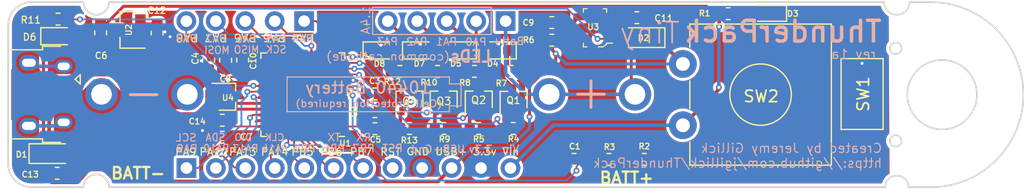
<source format=kicad_pcb>
(kicad_pcb (version 20171130) (host pcbnew "(5.1.5-0-10_14)")
  (layers (0 F.Cu signal) (31 B.Cu signal) (34 B.Paste user) (35 F.Paste user) (36 B.SilkS user) (37 F.SilkS user) (38 B.Mask user) (39 F.Mask user) (44 Edge.Cuts user))
  (net 0 "")
  (net 1 /BUTTON)
  (net 2 GND)
  (net 3 +3V3)
  (net 4 +BATT)
  (net 5 /VIN)
  (net 6 /VUSB)
  (net 7 "Net-(D3-Pad2)")
  (net 8 "Net-(D4-Pad1)")
  (net 9 "Net-(D5-Pad1)")
  (net 10 "Net-(D6-Pad1)")
  (net 11 "Net-(D7-Pad1)")
  (net 12 "Net-(D8-Pad1)")
  (net 13 /RESET)
  (net 14 /PB7)
  (net 15 /PB6)
  (net 16 /PA10)
  (net 17 /PA9)
  (net 18 /PA8)
  (net 19 /PA7)
  (net 20 /PA6)
  (net 21 /PA5)
  (net 22 /PA4)
  (net 23 /USB_D-)
  (net 24 /USB_D+)
  (net 25 /LED1)
  (net 26 /LED2)
  (net 27 /LED3)
  (net 28 /LED4)
  (net 29 "Net-(R2-Pad1)")
  (net 30 "Net-(R6-Pad1)")
  (net 31 "Net-(D1-Pad2)")
  (net 32 /PB5)
  (net 33 /PA13)
  (net 34 /PA14)
  (net 35 "Net-(R11-Pad2)")
  (net 36 /PWM1)
  (net 37 /PWM2)
  (net 38 /PWM3)
  (net 39 /PWM4)
  (net 40 "Net-(C8-Pad1)")
  (module Connector_PinHeader_2.54mm:PinHeader_1x05_P2.54mm_Vertical (layer F.Cu) (at 100.99 93.645 270)
    (fp_text reference J5 hide)
    (fp_text value LEDs)
    (pad 5 thru_hole oval (at 0 10.16 270) (size 1.7 1.7) (drill 1) (layers *.Cu *.Mask) (net 28 /LED4))
    (pad 4 thru_hole oval (at 0 7.62 270) (size 1.7 1.7) (drill 1) (layers *.Cu *.Mask) (net 27 /LED3))
    (pad 3 thru_hole oval (at 0 5.08 270) (size 1.7 1.7) (drill 1) (layers *.Cu *.Mask) (net 26 /LED2))
    (pad 2 thru_hole oval (at 0 2.54 270) (size 1.7 1.7) (drill 1) (layers *.Cu *.Mask) (net 25 /LED1))
    (pad 1 thru_hole rect (at 0 0 270) (size 1.7 1.7) (drill 1) (layers *.Cu *.Mask) (net 4 +BATT))
  )
  (module Connector_PinHeader_2.54mm:PinHeader_1x05_P2.54mm_Vertical (layer F.Cu) (at 83.62 93.645 270)
    (fp_text reference J3 hide)
    (fp_text value GPIO)
    (pad 5 thru_hole oval (at 0 10.16 270) (size 1.7 1.7) (drill 1) (layers *.Cu *.Mask) (net 18 /PA8))
    (pad 4 thru_hole oval (at 0 7.62 270) (size 1.7 1.7) (drill 1) (layers *.Cu *.Mask) (net 19 /PA7))
    (pad 3 thru_hole oval (at 0 5.08 270) (size 1.7 1.7) (drill 1) (layers *.Cu *.Mask) (net 20 /PA6))
    (pad 2 thru_hole oval (at 0 2.54 270) (size 1.7 1.7) (drill 1) (layers *.Cu *.Mask) (net 21 /PA5))
    (pad 1 thru_hole rect (at 0 0 270) (size 1.7 1.7) (drill 1) (layers *.Cu *.Mask) (net 22 /PA4))
  )
  (module Connector_PinHeader_2.54mm:PinHeader_1x12_P2.54mm_Vertical (layer F.Cu) (at 73.47 106.345 90)
    (fp_text reference J7 hide)
    (fp_text value GPIO/Power hide)
    (pad 12 thru_hole oval (at 0 27.94 90) (size 1.7 1.7) (drill 1) (layers *.Cu *.Mask) (net 5 /VIN))
    (pad 11 thru_hole oval (at 0 25.4 90) (size 1.7 1.7) (drill 1) (layers *.Cu *.Mask) (net 3 +3V3))
    (pad 10 thru_hole oval (at 0 22.86 90) (size 1.7 1.7) (drill 1) (layers *.Cu *.Mask) (net 6 /VUSB))
    (pad 9 thru_hole oval (at 0 20.32 90) (size 1.7 1.7) (drill 1) (layers *.Cu *.Mask) (net 2 GND))
    (pad 8 thru_hole oval (at 0 17.78 90) (size 1.7 1.7) (drill 1) (layers *.Cu *.Mask) (net 13 /RESET))
    (pad 7 thru_hole oval (at 0 15.24 90) (size 1.7 1.7) (drill 1) (layers *.Cu *.Mask) (net 14 /PB7))
    (pad 6 thru_hole oval (at 0 12.7 90) (size 1.7 1.7) (drill 1) (layers *.Cu *.Mask) (net 15 /PB6))
    (pad 5 thru_hole oval (at 0 10.16 90) (size 1.7 1.7) (drill 1) (layers *.Cu *.Mask) (net 32 /PB5))
    (pad 4 thru_hole oval (at 0 7.62 90) (size 1.7 1.7) (drill 1) (layers *.Cu *.Mask) (net 34 /PA14))
    (pad 3 thru_hole oval (at 0 5.08 90) (size 1.7 1.7) (drill 1) (layers *.Cu *.Mask) (net 33 /PA13))
    (pad 2 thru_hole oval (at 0 2.54 90) (size 1.7 1.7) (drill 1) (layers *.Cu *.Mask) (net 16 /PA10))
    (pad 1 thru_hole rect (at 0 0 90) (size 1.7 1.7) (drill 1) (layers *.Cu *.Mask) (net 17 /PA9))
  )
  (module Package_TO_SOT_SMD:SOT-323_SC-70 (layer F.Cu) (at 76.98 100.185)
    (fp_text reference U4 (at 0.07 0.08) (layer F.SilkS) (effects (font (size 0.5 0.5) (thickness 0.1))))
    (fp_text value ESD7002WTT1G)
    (pad 3 smd rect (at 1 0 270) (size 0.45 0.7) (layers F.Cu F.Paste F.Mask) (net 2 GND))
    (pad 2 smd rect (at -1 0.65 270) (size 0.45 0.7) (layers F.Cu F.Paste F.Mask) (net 24 /USB_D+))
    (pad 1 smd rect (at -1 -0.65 270) (size 0.45 0.7) (layers F.Cu F.Paste F.Mask) (net 23 /USB_D-))
  )
  (module BatteryClips:MDP_BK-82_10440 (layer F.Cu) (at 89.145 99.975)
    (fp_text reference J2 hide)
    (fp_text value Battery)
    (fp_text user "10440 Battery" (at -0.025 -0.575) (layer B.SilkS) (effects (justify mirror)))
    (fp_text user "(Cell protection required)" (at 0.05 0.8) (layer B.SilkS) (effects (font (size 0.6 0.65) (thickness 0.1)) (justify mirror)))
    (pad 1 thru_hole circle (at 15.6 0) (size 2.8 2.8) (drill 1.78) (layers *.Cu *.Mask) (net 4 +BATT))
    (pad 1 thru_hole circle (at 23 0) (size 2.8 2.8) (drill 1.78) (layers *.Cu *.Mask) (net 4 +BATT))
    (pad 2 thru_hole circle (at -23 0) (size 2.8 2.8) (drill 1.78) (layers *.Cu *.Mask) (net 2 GND))
    (pad 2 thru_hole circle (at -15.6 0) (size 2.8 2.8) (drill 1.78) (layers *.Cu *.Mask) (net 2 GND))
  )
  (module Package_DFN_QFN:QFN-48-1EP_7x7mm_P0.5mm_EP5.6x5.6mm (layer F.Cu) (at 83.5 100.005 180)
    (fp_text reference U1 (at -3.66 -4.215) (layer F.SilkS) (effects (font (size 0.5 0.5) (thickness 0.1))))
    (fp_text value STM32F412CGUx)
    (pad 48 smd roundrect (at -2.75 -3.4375 180) (size 0.25 0.875) (layers F.Cu F.Paste F.Mask) (net 3 +3V3))
    (pad 47 smd roundrect (at -2.25 -3.4375 180) (size 0.25 0.875) (layers F.Cu F.Paste F.Mask) (net 2 GND))
    (pad 46 smd roundrect (at -1.75 -3.4375 180) (size 0.25 0.875) (layers F.Cu F.Paste F.Mask))
    (pad 45 smd roundrect (at -1.25 -3.4375 180) (size 0.25 0.875) (layers F.Cu F.Paste F.Mask))
    (pad 44 smd roundrect (at -0.75 -3.4375 180) (size 0.25 0.875) (layers F.Cu F.Paste F.Mask) (net 1 /BUTTON))
    (pad 43 smd roundrect (at -0.25 -3.4375 180) (size 0.25 0.875) (layers F.Cu F.Paste F.Mask) (net 14 /PB7))
    (pad 42 smd roundrect (at 0.25 -3.4375 180) (size 0.25 0.875) (layers F.Cu F.Paste F.Mask) (net 15 /PB6))
    (pad 41 smd roundrect (at 0.75 -3.4375 180) (size 0.25 0.875) (layers F.Cu F.Paste F.Mask) (net 32 /PB5))
    (pad 40 smd roundrect (at 1.25 -3.4375 180) (size 0.25 0.875) (layers F.Cu F.Paste F.Mask) (net 1 /BUTTON))
    (pad 39 smd roundrect (at 1.75 -3.4375 180) (size 0.25 0.875) (layers F.Cu F.Paste F.Mask))
    (pad 38 smd roundrect (at 2.25 -3.4375 180) (size 0.25 0.875) (layers F.Cu F.Paste F.Mask))
    (pad 37 smd roundrect (at 2.75 -3.4375 180) (size 0.25 0.875) (layers F.Cu F.Paste F.Mask) (net 34 /PA14))
    (pad 36 smd roundrect (at 3.4375 -2.75 180) (size 0.875 0.25) (layers F.Cu F.Paste F.Mask) (net 3 +3V3))
    (pad 35 smd roundrect (at 3.4375 -2.25 180) (size 0.875 0.25) (layers F.Cu F.Paste F.Mask) (net 2 GND))
    (pad 34 smd roundrect (at 3.4375 -1.75 180) (size 0.875 0.25) (layers F.Cu F.Paste F.Mask) (net 33 /PA13))
    (pad 33 smd roundrect (at 3.4375 -1.25 180) (size 0.875 0.25) (layers F.Cu F.Paste F.Mask) (net 24 /USB_D+))
    (pad 32 smd roundrect (at 3.4375 -0.75 180) (size 0.875 0.25) (layers F.Cu F.Paste F.Mask) (net 23 /USB_D-))
    (pad 31 smd roundrect (at 3.4375 -0.25 180) (size 0.875 0.25) (layers F.Cu F.Paste F.Mask) (net 16 /PA10))
    (pad 30 smd roundrect (at 3.4375 0.25 180) (size 0.875 0.25) (layers F.Cu F.Paste F.Mask) (net 17 /PA9))
    (pad 29 smd roundrect (at 3.4375 0.75 180) (size 0.875 0.25) (layers F.Cu F.Paste F.Mask) (net 18 /PA8))
    (pad 28 smd roundrect (at 3.4375 1.25 180) (size 0.875 0.25) (layers F.Cu F.Paste F.Mask))
    (pad 27 smd roundrect (at 3.4375 1.75 180) (size 0.875 0.25) (layers F.Cu F.Paste F.Mask))
    (pad 26 smd roundrect (at 3.4375 2.25 180) (size 0.875 0.25) (layers F.Cu F.Paste F.Mask))
    (pad 25 smd roundrect (at 3.4375 2.75 180) (size 0.875 0.25) (layers F.Cu F.Paste F.Mask))
    (pad 24 smd roundrect (at 2.75 3.4375 180) (size 0.25 0.875) (layers F.Cu F.Paste F.Mask) (net 3 +3V3))
    (pad 23 smd roundrect (at 2.25 3.4375 180) (size 0.25 0.875) (layers F.Cu F.Paste F.Mask) (net 2 GND))
    (pad 22 smd roundrect (at 1.75 3.4375 180) (size 0.25 0.875) (layers F.Cu F.Paste F.Mask) (net 40 "Net-(C8-Pad1)"))
    (pad 21 smd roundrect (at 1.25 3.4375 180) (size 0.25 0.875) (layers F.Cu F.Paste F.Mask))
    (pad 20 smd roundrect (at 0.75 3.4375 180) (size 0.25 0.875) (layers F.Cu F.Paste F.Mask))
    (pad 19 smd roundrect (at 0.25 3.4375 180) (size 0.25 0.875) (layers F.Cu F.Paste F.Mask))
    (pad 18 smd roundrect (at -0.25 3.4375 180) (size 0.25 0.875) (layers F.Cu F.Paste F.Mask))
    (pad 17 smd roundrect (at -0.75 3.4375 180) (size 0.25 0.875) (layers F.Cu F.Paste F.Mask) (net 19 /PA7))
    (pad 16 smd roundrect (at -1.25 3.4375 180) (size 0.25 0.875) (layers F.Cu F.Paste F.Mask) (net 20 /PA6))
    (pad 15 smd roundrect (at -1.75 3.4375 180) (size 0.25 0.875) (layers F.Cu F.Paste F.Mask) (net 21 /PA5))
    (pad 14 smd roundrect (at -2.25 3.4375 180) (size 0.25 0.875) (layers F.Cu F.Paste F.Mask) (net 22 /PA4))
    (pad 13 smd roundrect (at -2.75 3.4375 180) (size 0.25 0.875) (layers F.Cu F.Paste F.Mask) (net 39 /PWM4))
    (pad 12 smd roundrect (at -3.4375 2.75 180) (size 0.875 0.25) (layers F.Cu F.Paste F.Mask) (net 38 /PWM3))
    (pad 11 smd roundrect (at -3.4375 2.25 180) (size 0.875 0.25) (layers F.Cu F.Paste F.Mask) (net 37 /PWM2))
    (pad 10 smd roundrect (at -3.4375 1.75 180) (size 0.875 0.25) (layers F.Cu F.Paste F.Mask) (net 36 /PWM1))
    (pad 9 smd roundrect (at -3.4375 1.25 180) (size 0.875 0.25) (layers F.Cu F.Paste F.Mask) (net 3 +3V3))
    (pad 8 smd roundrect (at -3.4375 0.75 180) (size 0.875 0.25) (layers F.Cu F.Paste F.Mask) (net 2 GND))
    (pad 7 smd roundrect (at -3.4375 0.25 180) (size 0.875 0.25) (layers F.Cu F.Paste F.Mask) (net 13 /RESET))
    (pad 6 smd roundrect (at -3.4375 -0.25 180) (size 0.875 0.25) (layers F.Cu F.Paste F.Mask))
    (pad 5 smd roundrect (at -3.4375 -0.75 180) (size 0.875 0.25) (layers F.Cu F.Paste F.Mask))
    (pad 4 smd roundrect (at -3.4375 -1.25 180) (size 0.875 0.25) (layers F.Cu F.Paste F.Mask))
    (pad 3 smd roundrect (at -3.4375 -1.75 180) (size 0.875 0.25) (layers F.Cu F.Paste F.Mask))
    (pad 2 smd roundrect (at -3.4375 -2.25 180) (size 0.875 0.25) (layers F.Cu F.Paste F.Mask))
    (pad 1 smd roundrect (at -3.4375 -2.75 180) (size 0.875 0.25) (layers F.Cu F.Paste F.Mask) (net 3 +3V3))
    (pad 49 smd roundrect (at 0 0 180) (size 5.6 5.6) (layers F.Cu F.Mask) (roundrect_rratio 0.044643) (net 2 GND))
  )
  (module Capacitor_SMD:C_0603_1608Metric (layer F.Cu) (at 76.56 102.215 180)
    (fp_text reference C14 (at 2.16 -0.1 180) (layer F.SilkS) (effects (font (size 0.5 0.5) (thickness 0.1))))
    (fp_text value 100nf)
    (pad 2 smd roundrect (at 0.7875 0 180) (size 0.875 0.95) (layers F.Cu F.Paste F.Mask) (net 2 GND))
    (pad 1 smd roundrect (at -0.7875 0 180) (size 0.875 0.95) (layers F.Cu F.Paste F.Mask) (net 3 +3V3))
  )
  (module Capacitor_SMD:C_0603_1608Metric (layer F.Cu) (at 78.32 97.015 90)
    (fp_text reference C10 (at -0.08 0.91 90) (layer F.SilkS) (effects (font (size 0.5 0.5) (thickness 0.1))))
    (fp_text value 100nf)
    (pad 2 smd roundrect (at 0.7875 0 90) (size 0.875 0.95) (layers F.Cu F.Paste F.Mask) (net 2 GND))
    (pad 1 smd roundrect (at -0.7875 0 90) (size 0.875 0.95) (layers F.Cu F.Paste F.Mask) (net 3 +3V3))
  )
  (module Capacitor_SMD:C_0603_1608Metric (layer F.Cu) (at 76.85 97.025 270)
    (fp_text reference C8 (at 1.625 0.025) (layer F.SilkS) (effects (font (size 0.5 0.5) (thickness 0.1))))
    (fp_text value 4.7uF)
    (pad 2 smd roundrect (at 0.7875 0 270) (size 0.875 0.95) (layers F.Cu F.Paste F.Mask) (net 2 GND))
    (pad 1 smd roundrect (at -0.7875 0 270) (size 0.875 0.95) (layers F.Cu F.Paste F.Mask) (net 40 "Net-(C8-Pad1)"))
  )
  (module Button_Switch_THT:SW_CW_GPTS203211B (layer F.Cu) (at 116.275 97.35)
    (fp_text reference SW2 (at 6.75 2.8) (layer F.SilkS))
    (fp_text value Power)
    (pad 2 thru_hole circle (at 0 5.3) (size 2.4 2.4) (drill 1.2) (layers *.Cu *.Mask) (net 5 /VIN))
    (pad 1 thru_hole circle (at 0 0) (size 2.4 2.4) (drill 1.2) (layers *.Cu *.Mask) (net 6 /VUSB))
  )
  (module Package_TO_SOT_SMD:SOT-323_SC-70 (layer F.Cu) (at 92.7 100.425 90)
    (fp_text reference Q4 (at -0.125 0.035 180) (layer F.SilkS) (effects (font (size 0.65 0.65) (thickness 0.1))))
    (fp_text value BSS806N)
    (pad 3 smd rect (at 1 0) (size 0.45 0.7) (layers F.Cu F.Paste F.Mask) (net 28 /LED4))
    (pad 2 smd rect (at -1 0.65) (size 0.45 0.7) (layers F.Cu F.Paste F.Mask) (net 2 GND))
    (pad 1 smd rect (at -1 -0.65) (size 0.45 0.7) (layers F.Cu F.Paste F.Mask) (net 39 /PWM4))
  )
  (module Package_TO_SOT_SMD:SOT-323_SC-70 (layer F.Cu) (at 95.65 100.425 90)
    (fp_text reference Q3 (at -0.15 0.01 180) (layer F.SilkS) (effects (font (size 0.65 0.65) (thickness 0.1))))
    (fp_text value BSS806N)
    (pad 3 smd rect (at 1 0) (size 0.45 0.7) (layers F.Cu F.Paste F.Mask) (net 27 /LED3))
    (pad 2 smd rect (at -1 0.65) (size 0.45 0.7) (layers F.Cu F.Paste F.Mask) (net 2 GND))
    (pad 1 smd rect (at -1 -0.65) (size 0.45 0.7) (layers F.Cu F.Paste F.Mask) (net 38 /PWM3))
  )
  (module Package_TO_SOT_SMD:SOT-323_SC-70 (layer F.Cu) (at 98.675 100.425 90)
    (fp_text reference Q2 (at -0.05 -0.015 180) (layer F.SilkS) (effects (font (size 0.65 0.65) (thickness 0.1))))
    (fp_text value BSS806N)
    (pad 3 smd rect (at 1 0) (size 0.45 0.7) (layers F.Cu F.Paste F.Mask) (net 26 /LED2))
    (pad 2 smd rect (at -1 0.65) (size 0.45 0.7) (layers F.Cu F.Paste F.Mask) (net 2 GND))
    (pad 1 smd rect (at -1 -0.65) (size 0.45 0.7) (layers F.Cu F.Paste F.Mask) (net 37 /PWM2))
  )
  (module Package_TO_SOT_SMD:SOT-323_SC-70 (layer F.Cu) (at 101.675 100.45 90)
    (fp_text reference Q1 (at -0.055 -0.015 180) (layer F.SilkS) (effects (font (size 0.6 0.6) (thickness 0.1))))
    (fp_text value BSS806N)
    (pad 3 smd rect (at 1 0) (size 0.45 0.7) (layers F.Cu F.Paste F.Mask) (net 25 /LED1))
    (pad 2 smd rect (at -1 0.65) (size 0.45 0.7) (layers F.Cu F.Paste F.Mask) (net 2 GND))
    (pad 1 smd rect (at -1 -0.65) (size 0.45 0.7) (layers F.Cu F.Paste F.Mask) (net 36 /PWM1))
  )
  (module Symbol:OSHW-Symbol_6.7x6mm_SilkScreen (layer B.Cu) (at 123.51 99.725 180)
    (fp_text reference REF** hide)
    (fp_text value OSHW-Symbol_6.7x6mm_SilkScreen hide)
  )
  (module digikey-footprints:SOT-753 (layer F.Cu) (at 108.695 94.225 90)
    (fp_text reference U3 (at 0.075 -0.15 180) (layer F.SilkS) (effects (font (size 0.5 0.5) (thickness 0.1))))
    (fp_text value MCP73831T-2ACI_OT)
    (pad 5 smd rect (at -0.95 -1.35 90) (size 0.6 1.05) (layers F.Cu F.Paste F.Mask) (net 30 "Net-(R6-Pad1)"))
    (pad 4 smd rect (at 0.95 -1.35 90) (size 0.6 1.05) (layers F.Cu F.Paste F.Mask) (net 6 /VUSB))
    (pad 3 smd rect (at 0.95 1.35 90) (size 0.6 1.05) (layers F.Cu F.Paste F.Mask) (net 4 +BATT))
    (pad 2 smd rect (at 0 1.35 90) (size 0.6 1.05) (layers F.Cu F.Paste F.Mask) (net 2 GND))
    (pad 1 smd rect (at -0.95 1.35 90) (size 0.6 1.05) (layers F.Cu F.Paste F.Mask) (net 35 "Net-(R11-Pad2)"))
  )
  (module Resistor_SMD:R_0603_1608Metric (layer F.Cu) (at 104.975 95.295 180)
    (fp_text reference R6 (at 2 0.02) (layer F.SilkS) (effects (font (size 0.5 0.5) (thickness 0.1))))
    (fp_text value 675)
    (pad 2 smd roundrect (at 0.7875 0 180) (size 0.875 0.95) (layers F.Cu F.Paste F.Mask) (net 2 GND))
    (pad 1 smd roundrect (at -0.7875 0 180) (size 0.875 0.95) (layers F.Cu F.Paste F.Mask) (net 30 "Net-(R6-Pad1)"))
  )
  (module LED_SMD:LED_0603_1608Metric (layer F.Cu) (at 62.4 94.95)
    (fp_text reference D6 (at -2.45 0.075) (layer F.SilkS) (effects (font (size 0.6 0.6) (thickness 0.1))))
    (fp_text value LED)
    (pad 2 smd roundrect (at 0.7875 0) (size 0.875 0.95) (layers F.Cu F.Paste F.Mask) (net 6 /VUSB))
    (pad 1 smd roundrect (at -0.7875 0) (size 0.875 0.95) (layers F.Cu F.Paste F.Mask) (net 10 "Net-(D6-Pad1)"))
  )
  (module Resistor_SMD:R_0603_1608Metric (layer F.Cu) (at 62.4 93.475)
    (fp_text reference R11 (at -2.35 0.075) (layer F.SilkS) (effects (font (size 0.6 0.6) (thickness 0.1))))
    (fp_text value 330)
    (pad 2 smd roundrect (at 0.7875 0) (size 0.875 0.95) (layers F.Cu F.Paste F.Mask) (net 35 "Net-(R11-Pad2)"))
    (pad 1 smd roundrect (at -0.7875 0) (size 0.875 0.95) (layers F.Cu F.Paste F.Mask) (net 10 "Net-(D6-Pad1)"))
  )
  (module Capacitor_SMD:C_0603_1608Metric (layer F.Cu) (at 112.3 93.35)
    (fp_text reference C11 (at 2.325 0.05) (layer F.SilkS) (effects (font (size 0.55 0.55) (thickness 0.1))))
    (fp_text value 4.7uF)
    (pad 1 smd roundrect (at -0.7875 0) (size 0.875 0.95) (layers F.Cu F.Paste F.Mask) (net 4 +BATT))
    (pad 2 smd roundrect (at 0.7875 0) (size 0.875 0.95) (layers F.Cu F.Paste F.Mask) (net 2 GND))
  )
  (module Capacitor_SMD:C_0603_1608Metric (layer F.Cu) (at 104.975 93.77 180)
    (fp_text reference C9 (at 2.025 -0.005) (layer F.SilkS) (effects (font (size 0.5 0.5) (thickness 0.1))))
    (fp_text value 4.7uF)
    (pad 1 smd roundrect (at -0.7875 0 180) (size 0.875 0.95) (layers F.Cu F.Paste F.Mask) (net 6 /VUSB))
    (pad 2 smd roundrect (at 0.7875 0 180) (size 0.875 0.95) (layers F.Cu F.Paste F.Mask) (net 2 GND))
  )
  (module Capacitor_SMD:C_0603_1608Metric (layer F.Cu) (at 62.325 106.8 180)
    (fp_text reference C13 (at 2.325 -0.1) (layer F.SilkS) (effects (font (size 0.5 0.5) (thickness 0.1))))
    (fp_text value 1uf)
    (pad 2 smd roundrect (at 0.7875 0 180) (size 0.875 0.95) (layers F.Cu F.Paste F.Mask) (net 6 /VUSB))
    (pad 1 smd roundrect (at -0.7875 0 180) (size 0.875 0.95) (layers F.Cu F.Paste F.Mask) (net 2 GND))
  )
  (module Capacitor_SMD:C_0603_1608Metric (layer F.Cu) (at 70.94 94.675 270)
    (fp_text reference C12 (at -1.95 0.025 180) (layer F.SilkS) (effects (font (size 0.55 0.55) (thickness 0.1))))
    (fp_text value 2.2uF)
    (pad 2 smd roundrect (at 0.7875 0 270) (size 0.875 0.95) (layers F.Cu F.Paste F.Mask) (net 2 GND))
    (pad 1 smd roundrect (at -0.7875 0 270) (size 0.875 0.95) (layers F.Cu F.Paste F.Mask) (net 3 +3V3))
  )
  (module Capacitor_SMD:C_0603_1608Metric (layer F.Cu) (at 66.07 94.655 270)
    (fp_text reference C6 (at 1.975 -0.05 180) (layer F.SilkS) (effects (font (size 0.55 0.55) (thickness 0.1))))
    (fp_text value 1uf)
    (pad 2 smd roundrect (at 0.7875 0 270) (size 0.875 0.95) (layers F.Cu F.Paste F.Mask) (net 2 GND))
    (pad 1 smd roundrect (at -0.7875 0 270) (size 0.875 0.95) (layers F.Cu F.Paste F.Mask) (net 5 /VIN))
  )
  (module Capacitor_SMD:C_0603_1608Metric (layer F.Cu) (at 75.38 97.025 90)
    (fp_text reference C4 (at 0.16 -1.14 270) (layer F.SilkS) (effects (font (size 0.55 0.55) (thickness 0.1))))
    (fp_text value 100nf)
    (pad 2 smd roundrect (at 0.7875 0 90) (size 0.875 0.95) (layers F.Cu F.Paste F.Mask) (net 2 GND))
    (pad 1 smd roundrect (at -0.7875 0 90) (size 0.875 0.95) (layers F.Cu F.Paste F.Mask) (net 3 +3V3))
  )
  (module Capacitor_SMD:C_0603_1608Metric (layer F.Cu) (at 76.56 103.685)
    (fp_text reference C7 (at 2.075 -0.025 180) (layer F.SilkS) (effects (font (size 0.55 0.55) (thickness 0.1))))
    (fp_text value 4.7uF)
    (pad 1 smd roundrect (at -0.7875 0) (size 0.875 0.95) (layers F.Cu F.Paste F.Mask) (net 3 +3V3))
    (pad 2 smd roundrect (at 0.7875 0) (size 0.875 0.95) (layers F.Cu F.Paste F.Mask) (net 2 GND))
  )
  (module Package_TO_SOT_SMD:SOT-23 (layer F.Cu) (at 68.5 94.405 180)
    (fp_text reference U2 (at 0 0 90) (layer F.SilkS) (effects (font (size 0.5 0.5) (thickness 0.1))))
    (fp_text value AP2210N-3.3TRG1)
    (pad 1 smd rect (at -1 -0.95 180) (size 0.9 0.8) (layers F.Cu F.Paste F.Mask) (net 2 GND))
    (pad 2 smd rect (at -1 0.95 180) (size 0.9 0.8) (layers F.Cu F.Paste F.Mask) (net 3 +3V3))
    (pad 3 smd rect (at 1 0 180) (size 0.9 0.8) (layers F.Cu F.Paste F.Mask) (net 5 /VIN))
  )
  (module Jeremy:USB_Micro-B_Amphenol_10103594-0001LF_Horizontal (layer F.Cu) (at 61 100 270)
    (fp_text reference J4 hide)
    (fp_text value USB_B_Micro)
    (pad 6 smd rect (at -2.875 -1.865 270) (size 2 1.5) (layers F.Cu F.Paste F.Mask) (net 2 GND))
    (pad 6 smd rect (at 2.875 -1.885 270) (size 2 1.5) (layers F.Cu F.Paste F.Mask) (net 2 GND))
    (pad 1 smd rect (at -1.325 -1.765) (size 1.65 0.4) (layers F.Cu F.Paste F.Mask) (net 31 "Net-(D1-Pad2)"))
    (pad 2 smd rect (at -0.675 -1.765) (size 1.65 0.4) (layers F.Cu F.Paste F.Mask) (net 23 /USB_D-))
    (pad 3 smd rect (at -0.025 -1.765) (size 1.65 0.4) (layers F.Cu F.Paste F.Mask) (net 24 /USB_D+))
    (pad 4 smd rect (at 0.625 -1.765) (size 1.65 0.4) (layers F.Cu F.Paste F.Mask))
    (pad 5 smd rect (at 1.275 -1.765) (size 1.65 0.4) (layers F.Cu F.Paste F.Mask) (net 2 GND))
    (pad 6 thru_hole oval (at -2.445 -1.885) (size 1.5 1.1) (drill oval 1.05 0.65) (layers *.Cu *.Mask) (net 2 GND))
    (pad 6 thru_hole oval (at 2.395 -1.885) (size 1.5 1.1) (drill oval 1.05 0.65) (layers *.Cu *.Mask) (net 2 GND))
    (pad 6 thru_hole oval (at -2.755 1.115) (size 1.7 1.35) (drill oval 1.2 0.7) (layers *.Cu *.Mask) (net 2 GND))
    (pad 6 thru_hole oval (at 2.705 1.115) (size 1.7 1.35) (drill oval 1.2 0.7) (layers *.Cu *.Mask) (net 2 GND))
    (pad 6 smd rect (at 0 1.385) (size 2.5 4.4) (layers F.Cu F.Paste F.Mask) (net 2 GND))
  )
  (module Button_Switch_SMD:SW_SPST_FSMSM (layer F.Cu) (at 131.725 99.95 270)
    (fp_text reference SW1 (at 0 -0.1 90) (layer F.SilkS))
    (fp_text value Mode)
    (pad 2 smd rect (at 4.59 0 270) (size 2.18 1.6) (layers F.Cu F.Paste F.Mask) (net 29 "Net-(R2-Pad1)"))
    (pad 1 smd rect (at -4.59 0 270) (size 2.18 1.6) (layers F.Cu F.Paste F.Mask) (net 3 +3V3))
  )
  (module Diode_SMD:D_SOD-323_HandSoldering (layer F.Cu) (at 61.8 105.1)
    (fp_text reference D1 (at -2.55 0.075) (layer F.SilkS) (effects (font (size 0.5 0.5) (thickness 0.1))))
    (fp_text value 20V2A)
    (pad 2 smd rect (at 1.25 0) (size 1 1) (layers F.Cu F.Paste F.Mask) (net 31 "Net-(D1-Pad2)"))
    (pad 1 smd rect (at -1.25 0) (size 1 1) (layers F.Cu F.Paste F.Mask) (net 6 /VUSB))
  )
  (module Diode_SMD:D_SOD-323_HandSoldering (layer F.Cu) (at 112.825 95.075 180)
    (fp_text reference D2 (at -0.05 -0.025) (layer F.SilkS) (effects (font (size 0.5 0.5) (thickness 0.1))))
    (fp_text value 20V2A)
    (pad 1 smd rect (at -1.25 0 180) (size 1 1) (layers F.Cu F.Paste F.Mask) (net 6 /VUSB))
    (pad 2 smd rect (at 1.25 0 180) (size 1 1) (layers F.Cu F.Paste F.Mask) (net 4 +BATT))
  )
  (module LED_SMD:LED_0603_1608Metric (layer F.Cu) (at 90.185 96.18)
    (fp_text reference D8 (at -0.075 1.145) (layer F.SilkS) (effects (font (size 0.5 0.5) (thickness 0.1))))
    (fp_text value LED)
    (pad 1 smd roundrect (at -0.7875 0) (size 0.875 0.95) (layers F.Cu F.Paste F.Mask) (net 12 "Net-(D8-Pad1)"))
    (pad 2 smd roundrect (at 0.7875 0) (size 0.875 0.95) (layers F.Cu F.Paste F.Mask) (net 3 +3V3))
  )
  (module LED_SMD:LED_0603_1608Metric (layer F.Cu) (at 93.585 96.18)
    (fp_text reference D7 (at -0.035 1.135 180) (layer F.SilkS) (effects (font (size 0.5 0.5) (thickness 0.1))))
    (fp_text value LED)
    (pad 2 smd roundrect (at 0.7875 0) (size 0.875 0.95) (layers F.Cu F.Paste F.Mask) (net 3 +3V3))
    (pad 1 smd roundrect (at -0.7875 0) (size 0.875 0.95) (layers F.Cu F.Paste F.Mask) (net 11 "Net-(D7-Pad1)"))
  )
  (module LED_SMD:LED_0603_1608Metric (layer F.Cu) (at 96.985 96.18 180)
    (fp_text reference D5 (at 0.295 -1.135 180) (layer F.SilkS) (effects (font (size 0.5 0.5) (thickness 0.1))))
    (fp_text value LED)
    (pad 1 smd roundrect (at -0.7875 0 180) (size 0.875 0.95) (layers F.Cu F.Paste F.Mask) (net 9 "Net-(D5-Pad1)"))
    (pad 2 smd roundrect (at 0.7875 0 180) (size 0.875 0.95) (layers F.Cu F.Paste F.Mask) (net 3 +3V3))
  )
  (module LED_SMD:LED_0603_1608Metric (layer F.Cu) (at 100.425 96.18 180)
    (fp_text reference D4 (at 0.545 -1.135) (layer F.SilkS) (effects (font (size 0.5 0.5) (thickness 0.1))))
    (fp_text value LED)
    (pad 1 smd roundrect (at -0.7875 0 180) (size 0.875 0.95) (layers F.Cu F.Paste F.Mask) (net 8 "Net-(D4-Pad1)"))
    (pad 2 smd roundrect (at 0.7875 0 180) (size 0.875 0.95) (layers F.Cu F.Paste F.Mask) (net 3 +3V3))
  )
  (module Resistor_SMD:R_0603_1608Metric (layer F.Cu) (at 120.175 93 180)
    (fp_text reference R1 (at 2.025 0.025 180) (layer F.SilkS) (effects (font (size 0.5 0.5) (thickness 0.1))))
    (fp_text value 270)
    (pad 2 smd roundrect (at 0.7875 0 180) (size 0.875 0.95) (layers F.Cu F.Paste F.Mask) (net 5 /VIN))
    (pad 1 smd roundrect (at -0.7875 0 180) (size 0.875 0.95) (layers F.Cu F.Paste F.Mask) (net 7 "Net-(D3-Pad2)"))
  )
  (module Resistor_SMD:R_0603_1608Metric (layer F.Cu) (at 112.945 105.6)
    (fp_text reference R2 (at 0 -1.125) (layer F.SilkS) (effects (font (size 0.5 0.5) (thickness 0.1))))
    (fp_text value 20K)
    (pad 1 smd roundrect (at -0.7875 0) (size 0.875 0.95) (layers F.Cu F.Paste F.Mask) (net 29 "Net-(R2-Pad1)"))
    (pad 2 smd roundrect (at 0.7875 0) (size 0.875 0.95) (layers F.Cu F.Paste F.Mask) (net 2 GND))
  )
  (module Resistor_SMD:R_0603_1608Metric (layer F.Cu) (at 109.895 105.6 180)
    (fp_text reference R3 (at -0.05 1.075 180) (layer F.SilkS) (effects (font (size 0.5 0.5) (thickness 0.1))))
    (fp_text value 330)
    (pad 2 smd roundrect (at 0.7875 0 180) (size 0.875 0.95) (layers F.Cu F.Paste F.Mask) (net 1 /BUTTON))
    (pad 1 smd roundrect (at -0.7875 0 180) (size 0.875 0.95) (layers F.Cu F.Paste F.Mask) (net 29 "Net-(R2-Pad1)"))
  )
  (module Resistor_SMD:R_0603_1608Metric (layer F.Cu) (at 101.65 102.925)
    (fp_text reference R4 (at 0.025 0.9 180) (layer F.SilkS) (effects (font (size 0.5 0.5) (thickness 0.1))))
    (fp_text value 20k)
    (pad 2 smd roundrect (at 0.7875 0) (size 0.875 0.95) (layers F.Cu F.Paste F.Mask) (net 2 GND))
    (pad 1 smd roundrect (at -0.7875 0) (size 0.875 0.95) (layers F.Cu F.Paste F.Mask) (net 36 /PWM1))
  )
  (module Resistor_SMD:R_0603_1608Metric (layer F.Cu) (at 98.675 102.925)
    (fp_text reference R5 (at 0 0.925 180) (layer F.SilkS) (effects (font (size 0.5 0.5) (thickness 0.1))))
    (fp_text value 20k)
    (pad 2 smd roundrect (at 0.7875 0) (size 0.875 0.95) (layers F.Cu F.Paste F.Mask) (net 2 GND))
    (pad 1 smd roundrect (at -0.7875 0) (size 0.875 0.95) (layers F.Cu F.Paste F.Mask) (net 37 /PWM2))
  )
  (module Resistor_SMD:R_0603_1608Metric (layer F.Cu) (at 101.475 97.99 180)
    (fp_text reference R7 (at 0.845 -1.025 180) (layer F.SilkS) (effects (font (size 0.5 0.5) (thickness 0.1))))
    (fp_text value 270)
    (pad 2 smd roundrect (at 0.7875 0 180) (size 0.875 0.95) (layers F.Cu F.Paste F.Mask) (net 25 /LED1))
    (pad 1 smd roundrect (at -0.7875 0 180) (size 0.875 0.95) (layers F.Cu F.Paste F.Mask) (net 8 "Net-(D4-Pad1)"))
  )
  (module Resistor_SMD:R_0603_1608Metric (layer F.Cu) (at 98.305 97.99 180)
    (fp_text reference R8 (at 0.815 -0.985 180) (layer F.SilkS) (effects (font (size 0.5 0.5) (thickness 0.1))))
    (fp_text value 270)
    (pad 2 smd roundrect (at 0.7875 0 180) (size 0.875 0.95) (layers F.Cu F.Paste F.Mask) (net 26 /LED2))
    (pad 1 smd roundrect (at -0.7875 0 180) (size 0.875 0.95) (layers F.Cu F.Paste F.Mask) (net 9 "Net-(D5-Pad1)"))
  )
  (module Resistor_SMD:R_0603_1608Metric (layer F.Cu) (at 95.675 102.925)
    (fp_text reference R9 (at 0.05 0.925 180) (layer F.SilkS) (effects (font (size 0.5 0.5) (thickness 0.1))))
    (fp_text value 20k)
    (pad 2 smd roundrect (at 0.7875 0) (size 0.875 0.95) (layers F.Cu F.Paste F.Mask) (net 2 GND))
    (pad 1 smd roundrect (at -0.7875 0) (size 0.875 0.95) (layers F.Cu F.Paste F.Mask) (net 38 /PWM3))
  )
  (module Resistor_SMD:R_0603_1608Metric (layer F.Cu) (at 95.125 97.995)
    (fp_text reference R10 (at -0.745 0.95 180) (layer F.SilkS) (effects (font (size 0.5 0.5) (thickness 0.1))))
    (fp_text value 270)
    (pad 2 smd roundrect (at 0.7875 0) (size 0.875 0.95) (layers F.Cu F.Paste F.Mask) (net 27 /LED3))
    (pad 1 smd roundrect (at -0.7875 0) (size 0.875 0.95) (layers F.Cu F.Paste F.Mask) (net 11 "Net-(D7-Pad1)"))
  )
  (module Resistor_SMD:R_0603_1608Metric (layer F.Cu) (at 91.875 97.995)
    (fp_text reference R12 (at -0.655 0.89) (layer F.SilkS) (effects (font (size 0.5 0.5) (thickness 0.1))))
    (fp_text value 270)
    (pad 2 smd roundrect (at 0.7875 0) (size 0.875 0.95) (layers F.Cu F.Paste F.Mask) (net 28 /LED4))
    (pad 1 smd roundrect (at -0.7875 0) (size 0.875 0.95) (layers F.Cu F.Paste F.Mask) (net 12 "Net-(D8-Pad1)"))
  )
  (module Resistor_SMD:R_0603_1608Metric (layer F.Cu) (at 92.71 102.925)
    (fp_text reference R13 (at -0.025 1.025 -180) (layer F.SilkS) (effects (font (size 0.5 0.5) (thickness 0.1))))
    (fp_text value 20k)
    (pad 2 smd roundrect (at 0.7875 0) (size 0.875 0.95) (layers F.Cu F.Paste F.Mask) (net 2 GND))
    (pad 1 smd roundrect (at -0.7875 0) (size 0.875 0.95) (layers F.Cu F.Paste F.Mask) (net 39 /PWM4))
  )
  (module Capacitor_SMD:C_0603_1608Metric (layer F.Cu) (at 106.9 105.6 180)
    (fp_text reference C1 (at -0.05 1.125 180) (layer F.SilkS) (effects (font (size 0.5 0.5) (thickness 0.1))))
    (fp_text value 100nF)
    (pad 1 smd roundrect (at -0.7875 0 180) (size 0.875 0.95) (layers F.Cu F.Paste F.Mask) (net 1 /BUTTON))
    (pad 2 smd roundrect (at 0.7875 0 180) (size 0.875 0.95) (layers F.Cu F.Paste F.Mask) (net 2 GND))
  )
  (module Capacitor_SMD:C_0603_1608Metric (layer F.Cu) (at 89.72 101.475)
    (fp_text reference C2 (at -1.785 0.01 90) (layer F.SilkS) (effects (font (size 0.5 0.5) (thickness 0.1))))
    (fp_text value 1uf)
    (pad 1 smd roundrect (at -0.7875 0) (size 0.875 0.95) (layers F.Cu F.Paste F.Mask) (net 3 +3V3))
    (pad 2 smd roundrect (at 0.7875 0) (size 0.875 0.95) (layers F.Cu F.Paste F.Mask) (net 2 GND))
  )
  (module Capacitor_SMD:C_0603_1608Metric (layer F.Cu) (at 89.725 99.94)
    (fp_text reference C3 (at -0.015 -1.125 180) (layer F.SilkS) (effects (font (size 0.5 0.5) (thickness 0.1))))
    (fp_text value 100nf)
    (pad 1 smd roundrect (at -0.7875 0) (size 0.875 0.95) (layers F.Cu F.Paste F.Mask) (net 3 +3V3))
    (pad 2 smd roundrect (at 0.7875 0) (size 0.875 0.95) (layers F.Cu F.Paste F.Mask) (net 2 GND))
  )
  (module Capacitor_SMD:C_0603_1608Metric (layer F.Cu) (at 89.72 102.945)
    (fp_text reference C5 (at 0.045 0.945) (layer F.SilkS) (effects (font (size 0.5 0.5) (thickness 0.1))))
    (fp_text value 100nf)
    (pad 2 smd roundrect (at 0.7875 0) (size 0.875 0.95) (layers F.Cu F.Paste F.Mask) (net 2 GND))
    (pad 1 smd roundrect (at -0.7875 0) (size 0.875 0.95) (layers F.Cu F.Paste F.Mask) (net 3 +3V3))
  )
  (module LED_SMD:LED_0603_1608Metric_Castellated (layer F.Cu) (at 123.525 92.975 180)
    (fp_text reference D3 (at -2.225 -0.025 180) (layer F.SilkS) (effects (font (size 0.5 0.5) (thickness 0.1))))
    (fp_text value LED)
    (pad 2 smd roundrect (at 0.8125 0 180) (size 1.225 0.85) (layers F.Cu F.Paste F.Mask) (net 7 "Net-(D3-Pad2)"))
    (pad 1 smd roundrect (at -0.8125 0 180) (size 1.225 0.85) (layers F.Cu F.Paste F.Mask) (net 2 GND))
  )
  (gr_text Tiny (at 113.42 94.675) (layer B.SilkS) (effects (font (size 1.8 1.8)) (justify mirror)))
  (gr_text 1.4A (at 88.925 93.575 90) (layer B.SilkS) (effects (font (size 0.75 0.75) (thickness 0.1)) (justify mirror)))
  (gr_text SCK (at 81.2 96.1) (layer B.SilkS) (effects (font (size 0.65 0.6) (thickness 0.1)) (justify mirror)))
  (gr_text MISO (at 78.65 96.125) (layer B.SilkS) (effects (font (size 0.65 0.6) (thickness 0.1)) (justify mirror)))
  (gr_text MOSI (at 76.1 96.15) (layer B.SilkS) (effects (font (size 0.65 0.6) (thickness 0.1)) (justify mirror)))
  (gr_text BATT+ (at 111.425 107.2) (layer F.SilkS) (effects (font (size 1 1) (thickness 0.2))))
  (gr_text + (at 108.35 99.725) (layer B.SilkS) (effects (font (size 3 3) (thickness 0.25)) (justify mirror)))
  (gr_text - (at 69.775 99.775) (layer B.SilkS) (effects (font (size 3 3) (thickness 0.25)) (justify mirror)))
  (gr_line (start 137.624999 92.004845) (end 135.825 92.005) (layer Edge.Cuts) (width 0.15))
  (gr_arc (start 134.725 92) (end 133.625 92) (angle -180) (layer Edge.Cuts) (width 0.15))
  (gr_arc (start 134.725 108) (end 135.725 108) (angle -180) (layer Edge.Cuts) (width 0.15))
  (gr_text CLK (at 81.07 103.7) (layer B.SilkS) (effects (font (size 0.6 0.6) (thickness 0.1)) (justify mirror)))
  (gr_text DIO (at 78.37 103.7) (layer B.SilkS) (effects (font (size 0.6 0.6) (thickness 0.1)) (justify mirror)))
  (gr_text SCL (at 73.445 103.725) (layer B.SilkS) (effects (font (size 0.65 0.65) (thickness 0.1)) (justify mirror)))
  (gr_text SDA (at 75.97 103.7) (layer B.SilkS) (effects (font (size 0.65 0.6) (thickness 0.1)) (justify mirror)))
  (gr_text TX (at 86.195 103.7) (layer B.SilkS) (effects (font (size 0.65 0.65) (thickness 0.1)) (justify mirror)))
  (gr_text RX (at 88.745 103.7) (layer B.SilkS) (effects (font (size 0.65 0.65) (thickness 0.1)) (justify mirror)))
  (gr_circle (center 134.625 104) (end 135.125 104) (layer Edge.Cuts) (width 0.15))
  (gr_circle (center 134.625 96) (end 135.125 96) (layer Edge.Cuts) (width 0.15))
  (gr_line (start 64.6 108) (end 60.1 108) (layer Edge.Cuts) (width 0.15))
  (gr_arc (start 65.7 108) (end 66.8 108) (angle -180) (layer Edge.Cuts) (width 0.15))
  (gr_line (start 64.6 92) (end 60.1 92) (layer Edge.Cuts) (width 0.15))
  (gr_arc (start 65.7 92) (end 64.6 92) (angle -180) (layer Edge.Cuts) (width 0.15))
  (gr_text RST (at 91.07 104.95) (layer F.SilkS) (effects (font (size 0.65 0.65) (thickness 0.1))))
  (gr_text PB7 (at 88.52 104.95) (layer F.SilkS) (effects (font (size 0.65 0.65) (thickness 0.1))))
  (gr_text PB6 (at 85.97 104.95) (layer F.SilkS) (effects (font (size 0.65 0.65) (thickness 0.1))))
  (gr_text PB5 (at 83.47 104.95) (layer F.SilkS) (effects (font (size 0.65 0.65) (thickness 0.1))))
  (gr_text PA14 (at 81.07 104.95) (layer F.SilkS) (effects (font (size 0.65 0.62) (thickness 0.1))))
  (gr_text PA13 (at 78.32 104.95) (layer F.SilkS) (effects (font (size 0.65 0.62) (thickness 0.1))))
  (gr_text PA10 (at 75.82 104.95) (layer F.SilkS) (effects (font (size 0.65 0.65) (thickness 0.1))))
  (gr_line (start 89.525 92.45) (end 99.745 92.45) (layer B.SilkS) (width 0.1))
  (gr_line (start 89.525 94.8) (end 89.525 92.45) (layer B.SilkS) (width 0.1))
  (gr_line (start 99.745 94.8) (end 89.525 94.8) (layer B.SilkS) (width 0.1))
  (gr_line (start 99.745 92.45) (end 99.745 94.8) (layer B.SilkS) (width 0.1))
  (gr_text RST (at 91.24 104.65) (layer B.SilkS) (effects (font (size 0.65 0.65) (thickness 0.1)) (justify mirror)))
  (gr_text PB7 (at 88.74 104.65) (layer B.SilkS) (effects (font (size 0.65 0.65) (thickness 0.1)) (justify mirror)))
  (gr_text PB6 (at 86.19 104.65) (layer B.SilkS) (effects (font (size 0.65 0.65) (thickness 0.1)) (justify mirror)))
  (gr_text BATT- (at 69.3 106.8) (layer F.SilkS) (effects (font (size 1 1) (thickness 0.2))))
  (gr_text "rev 1a" (at 133.01 96.5) (layer B.SilkS) (effects (font (size 0.8 0.8) (thickness 0.1)) (justify left mirror)))
  (gr_text "GND USB+ 3.3v Vin" (at 92.375 104.925) (layer F.SilkS) (effects (font (size 0.62 0.65) (thickness 0.1)) (justify left)))
  (gr_text "PA4 PA5 PA6 PA7 PA8" (at 78.525 95.075 180) (layer F.SilkS) (effects (font (size 0.65 0.7) (thickness 0.1))))
  (gr_text PA9 (at 73.42 104.95) (layer F.SilkS) (effects (font (size 0.65 0.65) (thickness 0.1))))
  (gr_text "Created by Jeremy Gillick\nhttps://github.com/jgillick/ThunderPack" (at 133.51 105.275) (layer B.SilkS) (effects (font (size 0.8 0.8) (thickness 0.1)) (justify left mirror)))
  (gr_text "(common cathode)" (at 90.85 96.7) (layer B.SilkS) (effects (font (size 0.7 0.75) (thickness 0.1)) (justify mirror)))
  (gr_line (start 135.725 108.005) (end 137.575001 108.004999) (layer Edge.Cuts) (width 0.15))
  (gr_arc (start 137.625 100.005) (end 137.575001 108.004999) (angle -180.358094) (layer Edge.Cuts) (width 0.15))
  (gr_circle (center 138.625 100.005) (end 141.625 100.005) (layer Edge.Cuts) (width 0.15))
  (gr_arc (start 60.1 106) (end 58.1 106) (angle -90) (layer Edge.Cuts) (width 0.15))
  (gr_arc (start 60.1 94) (end 60.1 92) (angle -90) (layer Edge.Cuts) (width 0.15))
  (gr_text PA4 (at 83.5 95.175) (layer B.SilkS) (effects (font (size 0.65 0.65) (thickness 0.1)) (justify mirror)))
  (gr_text PA5 (at 81.19 95.175) (layer B.SilkS) (effects (font (size 0.65 0.65) (thickness 0.1)) (justify mirror)))
  (gr_text PA6 (at 78.615 95.175) (layer B.SilkS) (effects (font (size 0.65 0.65) (thickness 0.1)) (justify mirror)))
  (gr_text PA7 (at 76.015 95.175) (layer B.SilkS) (effects (font (size 0.65 0.65) (thickness 0.1)) (justify mirror)))
  (gr_text PA8 (at 73.465 95.175) (layer B.SilkS) (effects (font (size 0.65 0.65) (thickness 0.1)) (justify mirror)))
  (gr_text PB5 (at 83.64 104.675) (layer B.SilkS) (effects (font (size 0.65 0.65) (thickness 0.1)) (justify mirror)))
  (gr_text PA14 (at 81.115 104.675) (layer B.SilkS) (effects (font (size 0.65 0.6) (thickness 0.1)) (justify mirror)))
  (gr_text PA13 (at 78.54 104.675) (layer B.SilkS) (effects (font (size 0.65 0.6) (thickness 0.1)) (justify mirror)))
  (gr_text PA10 (at 76.04 104.65) (layer B.SilkS) (effects (font (size 0.65 0.6) (thickness 0.1)) (justify mirror)))
  (gr_text PA9 (at 73.515 104.675) (layer B.SilkS) (effects (font (size 0.65 0.65) (thickness 0.1)) (justify mirror)))
  (gr_text PA3 (at 90.79 95.425) (layer B.SilkS) (effects (font (size 0.65 0.65) (thickness 0.1)) (justify mirror)))
  (gr_text PA2 (at 93.34 95.425) (layer B.SilkS) (effects (font (size 0.65 0.65) (thickness 0.1)) (justify mirror)))
  (gr_text PA1 (at 95.89 95.425) (layer B.SilkS) (effects (font (size 0.65 0.65) (thickness 0.1)) (justify mirror)))
  (gr_text PA0 (at 98.44 95.45) (layer B.SilkS) (effects (font (size 0.65 0.65) (thickness 0.1)) (justify mirror)))
  (gr_text Batt+ (at 101.19 95.375) (layer B.SilkS) (effects (font (size 0.65 0.65) (thickness 0.1)) (justify mirror)))
  (gr_text LEDs (at 97.975 96.7) (layer B.SilkS) (effects (font (size 1 1) (thickness 0.2)) (justify mirror)))
  (gr_text Vin (at 101.425 104.7) (layer B.SilkS) (effects (font (size 0.65 0.65) (thickness 0.1)) (justify mirror)))
  (gr_text 3.3v (at 98.84 104.725) (layer B.SilkS) (effects (font (size 0.65 0.65) (thickness 0.1)) (justify mirror)))
  (gr_text USB+ (at 96.115 104.725) (layer B.SilkS) (effects (font (size 0.65 0.65) (thickness 0.1)) (justify mirror)))
  (gr_text Gnd (at 93.765 104.725) (layer B.SilkS) (effects (font (size 0.65 0.65) (thickness 0.1)) (justify mirror)))
  (gr_text ThunderPack (at 133.585 94.55) (layer B.SilkS) (effects (font (size 1.8 1.8) (thickness 0.3)) (justify left mirror)))
  (gr_line (start 58.1 94) (end 58.1 106) (layer Edge.Cuts) (width 0.15))
  (gr_line (start 66.8 108) (end 133.725 108) (layer Edge.Cuts) (width 0.15))
  (gr_line (start 66.8 92) (end 133.625 92) (layer Edge.Cuts) (width 0.15))
  (segment (start 107.6325 105.6) (end 109.1075 105.6) (width 0.1524) (layer F.Cu) (net 1))
  (via (at 82.130087 104.367761) (size 0.508) (drill 0.254) (layers F.Cu B.Cu) (net 1))
  (segment (start 82.25 104.247848) (end 82.130087 104.367761) (width 0.1524) (layer F.Cu) (net 1))
  (segment (start 82.25 103.4425) (end 82.25 104.247848) (width 0.1524) (layer F.Cu) (net 1))
  (segment (start 85.243306 104.785) (end 85.4 104.785) (width 0.1524) (layer F.Cu) (net 1))
  (via (at 85.4 104.785) (size 0.508) (drill 0.254) (layers F.Cu B.Cu) (net 1))
  (segment (start 84.25 103.88) (end 84.25 103.4425) (width 0.1524) (layer F.Cu) (net 1))
  (segment (start 84.901001 104.531001) (end 84.25 103.88) (width 0.1524) (layer F.Cu) (net 1))
  (segment (start 85.146001 104.531001) (end 84.901001 104.531001) (width 0.1524) (layer F.Cu) (net 1))
  (segment (start 85.4 104.785) (end 85.146001 104.531001) (width 0.1524) (layer F.Cu) (net 1))
  (segment (start 84.982761 104.367761) (end 85.4 104.785) (width 0.1524) (layer B.Cu) (net 1))
  (segment (start 82.130087 104.367761) (end 84.982761 104.367761) (width 0.1524) (layer B.Cu) (net 1))
  (via (at 107.1 106.575) (size 0.508) (drill 0.254) (layers F.Cu B.Cu) (net 1))
  (segment (start 90.732271 107.423601) (end 106.251399 107.423601) (width 0.1524) (layer B.Cu) (net 1))
  (segment (start 106.251399 107.423601) (end 107.1 106.575) (width 0.1524) (layer B.Cu) (net 1))
  (segment (start 107.1 106.1875) (end 107.6875 105.6) (width 0.1524) (layer F.Cu) (net 1))
  (segment (start 107.1 106.575) (end 107.1 106.1875) (width 0.1524) (layer F.Cu) (net 1))
  (segment (start 90.171399 106.862729) (end 90.732271 107.423601) (width 0.1524) (layer B.Cu) (net 1))
  (segment (start 90.171399 106.210069) (end 90.171399 106.862729) (width 0.1524) (layer B.Cu) (net 1))
  (segment (start 88.74633 104.785) (end 90.171399 106.210069) (width 0.1524) (layer B.Cu) (net 1))
  (segment (start 85.4 104.785) (end 88.74633 104.785) (width 0.1524) (layer B.Cu) (net 1))
  (segment (start 60.195 97.555) (end 59.885 97.245) (width 0.31) (layer B.Cu) (net 2))
  (segment (start 62.885 97.555) (end 60.195 97.555) (width 0.31) (layer B.Cu) (net 2))
  (segment (start 62.575 102.705) (end 62.885 102.395) (width 0.31) (layer B.Cu) (net 2))
  (segment (start 59.885 102.705) (end 62.575 102.705) (width 0.31) (layer B.Cu) (net 2))
  (segment (start 81.125 96.6925) (end 81.125 97.63) (width 0.1524) (layer F.Cu) (net 2))
  (segment (start 81.125 97.63) (end 83.5 100.005) (width 0.1524) (layer F.Cu) (net 2))
  (segment (start 81.25 96.5675) (end 81.125 96.6925) (width 0.1524) (layer F.Cu) (net 2))
  (via (at 88.01 99.435) (size 0.508) (drill 0.254) (layers F.Cu B.Cu) (net 2))
  (segment (start 87.83 99.255) (end 88.01 99.435) (width 0.1524) (layer F.Cu) (net 2))
  (segment (start 86.9375 99.255) (end 87.83 99.255) (width 0.1524) (layer F.Cu) (net 2))
  (segment (start 89.29 100.715) (end 89.74 100.715) (width 0.1524) (layer B.Cu) (net 2))
  (via (at 89.74 100.715) (size 0.508) (drill 0.254) (layers F.Cu B.Cu) (net 2))
  (segment (start 88.01 99.435) (end 89.29 100.715) (width 0.1524) (layer B.Cu) (net 2))
  (segment (start 89.74 100.7125) (end 90.5125 99.94) (width 0.1524) (layer F.Cu) (net 2))
  (segment (start 89.74 100.715) (end 89.74 100.7125) (width 0.1524) (layer F.Cu) (net 2))
  (segment (start 81.25 102.255) (end 83.5 100.005) (width 0.1524) (layer F.Cu) (net 2))
  (segment (start 80.0625 102.255) (end 81.25 102.255) (width 0.1524) (layer F.Cu) (net 2))
  (segment (start 81.125 96.4425) (end 81.25 96.5675) (width 0.1524) (layer F.Cu) (net 2))
  (segment (start 81.125 96.093306) (end 81.125 96.4425) (width 0.1524) (layer F.Cu) (net 2))
  (segment (start 80.933084 95.90139) (end 81.125 96.093306) (width 0.1524) (layer F.Cu) (net 2))
  (segment (start 79.12111 95.90139) (end 80.933084 95.90139) (width 0.1524) (layer F.Cu) (net 2))
  (segment (start 78.795 96.2275) (end 79.12111 95.90139) (width 0.1524) (layer F.Cu) (net 2))
  (segment (start 78.32 96.2275) (end 78.795 96.2275) (width 0.1524) (layer F.Cu) (net 2))
  (via (at 131.725 97.3) (size 0.508) (drill 0.254) (layers F.Cu B.Cu) (net 3))
  (segment (start 131.725 95.36) (end 131.725 97.3) (width 0.31) (layer F.Cu) (net 3))
  (segment (start 86.25 103.4425) (end 86.9375 102.755) (width 0.1524) (layer F.Cu) (net 3))
  (segment (start 88.9375 99.94) (end 88.9375 102.93) (width 0.1524) (layer F.Cu) (net 3))
  (segment (start 88.7625 102.755) (end 88.9375 102.93) (width 0.1524) (layer F.Cu) (net 3))
  (segment (start 86.9375 102.755) (end 88.7625 102.755) (width 0.1524) (layer F.Cu) (net 3))
  (segment (start 69.9225 93.8875) (end 69.505 93.47) (width 0.254) (layer F.Cu) (net 3))
  (segment (start 70.94 93.8875) (end 69.9225 93.8875) (width 0.254) (layer F.Cu) (net 3))
  (via (at 72.06 94.995) (size 0.508) (drill 0.254) (layers F.Cu B.Cu) (net 3))
  (segment (start 70.94 93.8875) (end 70.9525 93.8875) (width 0.254) (layer F.Cu) (net 3))
  (via (at 71.62 94.575) (size 0.508) (drill 0.254) (layers F.Cu B.Cu) (net 3))
  (segment (start 71.62 94.575) (end 72.06 94.995) (width 0.254) (layer F.Cu) (net 3))
  (segment (start 71.63 94.565) (end 71.62 94.575) (width 0.254) (layer F.Cu) (net 3))
  (segment (start 70.9525 93.8875) (end 71.63 94.565) (width 0.254) (layer F.Cu) (net 3))
  (via (at 87.84 98.755) (size 0.508) (drill 0.254) (layers F.Cu B.Cu) (net 3))
  (segment (start 87.84 98.755) (end 86.9375 98.755) (width 0.1524) (layer F.Cu) (net 3))
  (via (at 90.24 95.725) (size 0.508) (drill 0.254) (layers F.Cu B.Cu) (net 3))
  (segment (start 90.695 96.18) (end 90.24 95.725) (width 0.1524) (layer F.Cu) (net 3))
  (segment (start 90.9725 96.18) (end 90.695 96.18) (width 0.1524) (layer F.Cu) (net 3))
  (via (at 93.65 95.635) (size 0.508) (drill 0.254) (layers F.Cu B.Cu) (net 3))
  (segment (start 94.195 96.18) (end 93.65 95.635) (width 0.1524) (layer F.Cu) (net 3))
  (segment (start 94.3725 96.18) (end 94.195 96.18) (width 0.1524) (layer F.Cu) (net 3))
  (via (at 100.39 95.625) (size 0.508) (drill 0.254) (layers F.Cu B.Cu) (net 3))
  (segment (start 99.835 96.18) (end 100.39 95.625) (width 0.1524) (layer F.Cu) (net 3))
  (segment (start 99.6375 96.18) (end 99.835 96.18) (width 0.1524) (layer F.Cu) (net 3))
  (via (at 96.21 96.995) (size 0.508) (drill 0.254) (layers F.Cu B.Cu) (net 3))
  (segment (start 96.1975 96.9825) (end 96.21 96.995) (width 0.1524) (layer F.Cu) (net 3))
  (segment (start 96.1975 96.18) (end 96.1975 96.9825) (width 0.1524) (layer F.Cu) (net 3))
  (segment (start 88.9375 99.94) (end 88.9375 99.49329) (width 0.1524) (layer F.Cu) (net 3))
  (segment (start 88.9375 99.49329) (end 88.19921 98.755) (width 0.1524) (layer F.Cu) (net 3))
  (segment (start 88.19921 98.755) (end 87.84 98.755) (width 0.1524) (layer F.Cu) (net 3))
  (segment (start 77.4125 102.755) (end 79.625 102.755) (width 0.1524) (layer F.Cu) (net 3))
  (segment (start 79.625 102.755) (end 80.0625 102.755) (width 0.1524) (layer F.Cu) (net 3))
  (segment (start 77.3475 102.69) (end 77.4125 102.755) (width 0.1524) (layer F.Cu) (net 3))
  (segment (start 77.3475 102.215) (end 77.3475 102.69) (width 0.1524) (layer F.Cu) (net 3))
  (segment (start 77.3475 102.5475) (end 77.3475 102.215) (width 0.1524) (layer F.Cu) (net 3))
  (segment (start 76.21 103.685) (end 77.3475 102.5475) (width 0.1524) (layer F.Cu) (net 3))
  (segment (start 75.7725 103.685) (end 76.21 103.685) (width 0.1524) (layer F.Cu) (net 3))
  (via (at 74.85 103.105) (size 0.508) (drill 0.254) (layers F.Cu B.Cu) (net 3))
  (segment (start 75.43 103.685) (end 74.85 103.105) (width 0.1524) (layer F.Cu) (net 3))
  (segment (start 75.7725 103.685) (end 75.43 103.685) (width 0.1524) (layer F.Cu) (net 3))
  (segment (start 78.32 98.24) (end 78.32 97.8025) (width 0.1524) (layer F.Cu) (net 3))
  (segment (start 75.60861 98.47861) (end 78.08139 98.47861) (width 0.1524) (layer F.Cu) (net 3))
  (segment (start 75.38 98.25) (end 75.60861 98.47861) (width 0.1524) (layer F.Cu) (net 3))
  (segment (start 78.08139 98.47861) (end 78.32 98.24) (width 0.1524) (layer F.Cu) (net 3))
  (segment (start 75.38 97.8125) (end 75.38 98.25) (width 0.1524) (layer F.Cu) (net 3))
  (segment (start 79.1175 96.5675) (end 78.32 97.365) (width 0.1524) (layer F.Cu) (net 3))
  (segment (start 78.32 97.365) (end 78.32 97.8025) (width 0.1524) (layer F.Cu) (net 3))
  (segment (start 80.75 96.5675) (end 79.1175 96.5675) (width 0.1524) (layer F.Cu) (net 3))
  (segment (start 75.38 97.695) (end 74.76 97.075) (width 0.1524) (layer F.Cu) (net 3))
  (via (at 74.76 97.075) (size 0.508) (drill 0.254) (layers F.Cu B.Cu) (net 3))
  (segment (start 75.38 97.8125) (end 75.38 97.695) (width 0.1524) (layer F.Cu) (net 3))
  (segment (start 104.745 99.975) (end 112.145 99.975) (width 0.31) (layer B.Cu) (net 4))
  (segment (start 111.6875 93.275) (end 111.7625 93.35) (width 0.254) (layer F.Cu) (net 4))
  (segment (start 110.045 93.275) (end 111.6875 93.275) (width 0.254) (layer F.Cu) (net 4))
  (segment (start 111.825 93.4125) (end 111.7625 93.35) (width 0.254) (layer F.Cu) (net 4))
  (segment (start 111.825 99.655) (end 112.145 99.975) (width 0.254) (layer F.Cu) (net 4))
  (segment (start 111.825 95.075) (end 111.825 99.655) (width 0.254) (layer F.Cu) (net 4))
  (segment (start 111.5125 95.0125) (end 111.575 95.075) (width 0.254) (layer F.Cu) (net 4))
  (segment (start 111.5125 93.35) (end 111.5125 95.0125) (width 0.254) (layer F.Cu) (net 4))
  (segment (start 100.99 94.805) (end 100.99 93.645) (width 0.31) (layer B.Cu) (net 4))
  (segment (start 100.99 98.199898) (end 100.99 94.805) (width 0.31) (layer B.Cu) (net 4))
  (segment (start 102.765102 99.975) (end 100.99 98.199898) (width 0.31) (layer B.Cu) (net 4))
  (segment (start 104.745 99.975) (end 102.765102 99.975) (width 0.31) (layer B.Cu) (net 4))
  (via (at 119.375 99.375) (size 0.508) (drill 0.254) (layers F.Cu B.Cu) (net 5))
  (segment (start 119.375 99.55) (end 119.375 99.375) (width 0.31) (layer F.Cu) (net 5))
  (segment (start 116.275 102.65) (end 119.375 99.55) (width 0.31) (layer F.Cu) (net 5))
  (via (at 119.4 94.125) (size 0.508) (drill 0.254) (layers F.Cu B.Cu) (net 5))
  (segment (start 119.375 94.15) (end 119.4 94.125) (width 0.31) (layer B.Cu) (net 5))
  (segment (start 119.375 99.375) (end 119.375 94.15) (width 0.31) (layer B.Cu) (net 5))
  (segment (start 119.4 93.0125) (end 119.3875 93) (width 0.31) (layer F.Cu) (net 5))
  (segment (start 119.4 94.125) (end 119.4 93.0125) (width 0.31) (layer F.Cu) (net 5))
  (segment (start 66.6225 94.42) (end 66.07 93.8675) (width 0.254) (layer F.Cu) (net 5))
  (segment (start 67.505 94.42) (end 66.6225 94.42) (width 0.254) (layer F.Cu) (net 5))
  (segment (start 101.41 106.345) (end 103.58 104.175) (width 0.31) (layer B.Cu) (net 5))
  (segment (start 105.105 102.65) (end 101.41 106.345) (width 0.31) (layer B.Cu) (net 5))
  (segment (start 116.275 102.65) (end 105.105 102.65) (width 0.31) (layer B.Cu) (net 5))
  (segment (start 118.95 93) (end 118.315 92.365) (width 0.254) (layer F.Cu) (net 5))
  (segment (start 119.3875 93) (end 118.95 93) (width 0.254) (layer F.Cu) (net 5))
  (segment (start 66.545 93.8675) (end 66.07 93.8675) (width 0.254) (layer F.Cu) (net 5))
  (segment (start 68.0475 92.365) (end 66.545 93.8675) (width 0.254) (layer F.Cu) (net 5))
  (segment (start 118.315 92.365) (end 68.0475 92.365) (width 0.254) (layer F.Cu) (net 5))
  (segment (start 60.55 104.346) (end 60.55 105.1) (width 0.254) (layer F.Cu) (net 6))
  (segment (start 61.144401 103.751599) (end 60.55 104.346) (width 0.254) (layer F.Cu) (net 6))
  (segment (start 61.144401 96.592677) (end 61.144401 103.751599) (width 0.254) (layer F.Cu) (net 6))
  (segment (start 63.1875 95.425) (end 62.766901 95.845599) (width 0.254) (layer F.Cu) (net 6))
  (segment (start 61.891479 95.845599) (end 61.144401 96.592677) (width 0.254) (layer F.Cu) (net 6))
  (segment (start 62.766901 95.845599) (end 61.891479 95.845599) (width 0.254) (layer F.Cu) (net 6))
  (segment (start 63.1875 94.95) (end 63.1875 95.425) (width 0.254) (layer F.Cu) (net 6))
  (segment (start 61.5375 106.325) (end 61.5375 106.8) (width 0.254) (layer F.Cu) (net 6))
  (segment (start 61.5375 105.3335) (end 61.5375 106.325) (width 0.254) (layer F.Cu) (net 6))
  (segment (start 61.304 105.1) (end 61.5375 105.3335) (width 0.254) (layer F.Cu) (net 6))
  (segment (start 60.55 105.1) (end 61.304 105.1) (width 0.254) (layer F.Cu) (net 6))
  (segment (start 106.85 93.77) (end 107.345 93.275) (width 0.254) (layer F.Cu) (net 6))
  (segment (start 105.7625 93.77) (end 106.85 93.77) (width 0.254) (layer F.Cu) (net 6))
  (segment (start 114.075 95.15) (end 114.075 95.075) (width 0.31) (layer F.Cu) (net 6))
  (segment (start 116.275 97.35) (end 114.075 95.15) (width 0.31) (layer F.Cu) (net 6))
  (segment (start 61.84491 107.58241) (end 64.05259 107.58241) (width 0.31) (layer F.Cu) (net 6))
  (segment (start 61.5375 107.275) (end 61.84491 107.58241) (width 0.31) (layer F.Cu) (net 6))
  (segment (start 61.5375 106.8) (end 61.5375 107.275) (width 0.31) (layer F.Cu) (net 6))
  (segment (start 64.450873 107.184127) (end 65.050207 106.465) (width 0.31) (layer F.Cu) (net 6))
  (segment (start 64.05259 107.58241) (end 64.450873 107.184127) (width 0.31) (layer F.Cu) (net 6))
  (segment (start 65.050207 106.465) (end 66.34 106.465) (width 0.31) (layer F.Cu) (net 6))
  (segment (start 95.480001 107.194999) (end 96.33 106.345) (width 0.31) (layer F.Cu) (net 6))
  (segment (start 95.172599 107.502401) (end 95.480001 107.194999) (width 0.31) (layer F.Cu) (net 6))
  (segment (start 67.377401 107.502401) (end 95.172599 107.502401) (width 0.31) (layer F.Cu) (net 6))
  (segment (start 66.34 106.465) (end 67.377401 107.502401) (width 0.31) (layer F.Cu) (net 6))
  (segment (start 105.04559 94.04941) (end 105.04559 96.19059) (width 0.254) (layer F.Cu) (net 6))
  (segment (start 105.325 93.77) (end 105.04559 94.04941) (width 0.254) (layer F.Cu) (net 6))
  (segment (start 105.7625 93.77) (end 105.325 93.77) (width 0.254) (layer F.Cu) (net 6))
  (via (at 105.31 96.455) (size 0.508) (drill 0.254) (layers F.Cu B.Cu) (net 6))
  (segment (start 105.04559 96.19059) (end 105.31 96.455) (width 0.254) (layer F.Cu) (net 6))
  (segment (start 106.205 97.35) (end 116.275 97.35) (width 0.254) (layer B.Cu) (net 6))
  (segment (start 105.31 96.455) (end 106.205 97.35) (width 0.254) (layer B.Cu) (net 6))
  (via (at 103.05 101.915) (size 0.508) (drill 0.254) (layers F.Cu B.Cu) (net 6))
  (segment (start 103.05 101.915) (end 103.05 102.915) (width 0.254) (layer B.Cu) (net 6))
  (segment (start 103.05 102.915) (end 101.35 104.615) (width 0.254) (layer B.Cu) (net 6))
  (segment (start 98.06 104.615) (end 96.33 106.345) (width 0.254) (layer B.Cu) (net 6))
  (segment (start 101.35 104.615) (end 98.06 104.615) (width 0.254) (layer B.Cu) (net 6))
  (segment (start 105.31 96.995) (end 105.31 96.455) (width 0.254) (layer F.Cu) (net 6))
  (segment (start 103.05 99.255) (end 105.31 96.995) (width 0.254) (layer F.Cu) (net 6))
  (segment (start 103.05 101.915) (end 103.05 99.255) (width 0.254) (layer F.Cu) (net 6))
  (segment (start 122.6875 93) (end 122.7125 92.975) (width 0.31) (layer F.Cu) (net 7))
  (segment (start 120.9625 93) (end 122.6875 93) (width 0.31) (layer F.Cu) (net 7))
  (segment (start 101.825 97.99) (end 102.2625 97.99) (width 0.1524) (layer F.Cu) (net 8))
  (segment (start 101.2125 97.3775) (end 101.825 97.99) (width 0.1524) (layer F.Cu) (net 8))
  (segment (start 101.2125 96.18) (end 101.2125 97.3775) (width 0.1524) (layer F.Cu) (net 8))
  (segment (start 98.655 97.99) (end 99.0925 97.99) (width 0.1524) (layer F.Cu) (net 9))
  (segment (start 97.7725 97.1075) (end 98.655 97.99) (width 0.1524) (layer F.Cu) (net 9))
  (segment (start 97.7725 96.18) (end 97.7725 97.1075) (width 0.1524) (layer F.Cu) (net 9))
  (segment (start 61.6125 94.95) (end 61.6125 93.475) (width 0.254) (layer F.Cu) (net 10))
  (segment (start 94.3375 97.52) (end 94.3375 97.995) (width 0.1524) (layer F.Cu) (net 11))
  (segment (start 94.3375 97.2825) (end 94.3375 97.52) (width 0.1524) (layer F.Cu) (net 11))
  (segment (start 93.235 96.18) (end 94.3375 97.2825) (width 0.1524) (layer F.Cu) (net 11))
  (segment (start 92.7975 96.18) (end 93.235 96.18) (width 0.1524) (layer F.Cu) (net 11))
  (segment (start 91.0875 97.52) (end 91.0875 97.995) (width 0.1524) (layer F.Cu) (net 12))
  (segment (start 91.0875 97.4325) (end 91.0875 97.52) (width 0.1524) (layer F.Cu) (net 12))
  (segment (start 89.835 96.18) (end 91.0875 97.4325) (width 0.1524) (layer F.Cu) (net 12))
  (segment (start 89.3975 96.18) (end 89.835 96.18) (width 0.1524) (layer F.Cu) (net 12))
  (via (at 87.798203 100.069421) (size 0.508) (drill 0.254) (layers F.Cu B.Cu) (net 13))
  (segment (start 86.9375 99.755) (end 87.483782 99.755) (width 0.1524) (layer F.Cu) (net 13))
  (segment (start 87.483782 99.755) (end 87.798203 100.069421) (width 0.1524) (layer F.Cu) (net 13))
  (segment (start 87.798203 102.893203) (end 87.798203 100.428631) (width 0.1524) (layer B.Cu) (net 13))
  (segment (start 91.25 106.345) (end 87.798203 102.893203) (width 0.1524) (layer B.Cu) (net 13))
  (segment (start 87.798203 100.428631) (end 87.798203 100.069421) (width 0.1524) (layer B.Cu) (net 13))
  (segment (start 85.63165 105.267602) (end 85.137602 105.267602) (width 0.1524) (layer F.Cu) (net 14))
  (segment (start 83.75 103.88) (end 83.75 103.4425) (width 0.1524) (layer F.Cu) (net 14))
  (segment (start 88.71 106.345) (end 87.631399 105.266399) (width 0.1524) (layer F.Cu) (net 14))
  (segment (start 87.631399 105.266399) (end 85.632853 105.266399) (width 0.1524) (layer F.Cu) (net 14))
  (segment (start 85.632853 105.266399) (end 85.63165 105.267602) (width 0.1524) (layer F.Cu) (net 14))
  (segment (start 85.137602 105.267602) (end 83.75 103.88) (width 0.1524) (layer F.Cu) (net 14))
  (segment (start 83.25 103.88) (end 83.25 103.4425) (width 0.1524) (layer F.Cu) (net 15))
  (segment (start 86.17 106.345) (end 85.715 106.345) (width 0.1524) (layer F.Cu) (net 15))
  (segment (start 85.715 106.345) (end 83.25 103.88) (width 0.1524) (layer F.Cu) (net 15))
  (via (at 79.259484 100.22159) (size 0.508) (drill 0.254) (layers F.Cu B.Cu) (net 16))
  (segment (start 76.01 106.345) (end 79.513483 102.841517) (width 0.1524) (layer B.Cu) (net 16))
  (segment (start 80.0625 100.255) (end 79.292894 100.255) (width 0.1524) (layer F.Cu) (net 16))
  (segment (start 79.292894 100.255) (end 79.259484 100.22159) (width 0.1524) (layer F.Cu) (net 16))
  (segment (start 79.513483 102.841517) (end 79.513483 100.475589) (width 0.1524) (layer B.Cu) (net 16))
  (segment (start 79.513483 100.475589) (end 79.259484 100.22159) (width 0.1524) (layer B.Cu) (net 16))
  (via (at 78.72 99.755) (size 0.508) (drill 0.254) (layers F.Cu B.Cu) (net 17))
  (segment (start 78.21 102.44421) (end 78.21 102.085) (width 0.1524) (layer B.Cu) (net 17))
  (segment (start 78.21 102.6074) (end 78.21 102.44421) (width 0.1524) (layer B.Cu) (net 17))
  (segment (start 74.4724 106.345) (end 78.21 102.6074) (width 0.1524) (layer B.Cu) (net 17))
  (segment (start 73.47 106.345) (end 74.4724 106.345) (width 0.1524) (layer B.Cu) (net 17))
  (segment (start 80.0625 99.755) (end 79.625 99.755) (width 0.1524) (layer F.Cu) (net 17))
  (segment (start 79.07921 99.755) (end 78.72 99.755) (width 0.1524) (layer F.Cu) (net 17))
  (segment (start 79.625 99.755) (end 79.608989 99.738989) (width 0.1524) (layer F.Cu) (net 17))
  (segment (start 79.608989 99.738989) (end 79.095221 99.738989) (width 0.1524) (layer F.Cu) (net 17))
  (segment (start 79.095221 99.738989) (end 79.07921 99.755) (width 0.1524) (layer F.Cu) (net 17))
  (segment (start 78.21 100.62421) (end 78.21 102.44421) (width 0.1524) (layer B.Cu) (net 17))
  (segment (start 78.72 100.11421) (end 78.21 100.62421) (width 0.1524) (layer B.Cu) (net 17))
  (segment (start 78.72 99.755) (end 78.72 100.11421) (width 0.1524) (layer B.Cu) (net 17))
  (via (at 79.24 99.235) (size 0.508) (drill 0.254) (layers F.Cu B.Cu) (net 18))
  (segment (start 79.26 99.255) (end 79.24 99.235) (width 0.1524) (layer F.Cu) (net 18))
  (segment (start 80.0625 99.255) (end 79.26 99.255) (width 0.1524) (layer F.Cu) (net 18))
  (segment (start 73.46 94.847081) (end 73.46 93.645) (width 0.1524) (layer B.Cu) (net 18))
  (segment (start 77.06392 98.451001) (end 73.46 94.847081) (width 0.1524) (layer B.Cu) (net 18))
  (segment (start 77.13 98.515) (end 77.06392 98.451001) (width 0.1524) (layer B.Cu) (net 18))
  (segment (start 79.24 99.235) (end 77.85 99.235) (width 0.1524) (layer B.Cu) (net 18))
  (segment (start 77.85 99.235) (end 77.13 98.515) (width 0.1524) (layer B.Cu) (net 18))
  (via (at 84.24 95.785) (size 0.508) (drill 0.254) (layers F.Cu B.Cu) (net 19))
  (segment (start 84.25 95.795) (end 84.24 95.785) (width 0.1524) (layer F.Cu) (net 19))
  (segment (start 84.25 96.5675) (end 84.25 95.795) (width 0.1524) (layer F.Cu) (net 19))
  (segment (start 83.648518 95.785) (end 82.648518 94.785) (width 0.1524) (layer B.Cu) (net 19))
  (segment (start 84.24 95.785) (end 83.648518 95.785) (width 0.1524) (layer B.Cu) (net 19))
  (segment (start 77.14 94.785) (end 76 93.645) (width 0.1524) (layer B.Cu) (net 19))
  (segment (start 82.648518 94.785) (end 77.14 94.785) (width 0.1524) (layer B.Cu) (net 19))
  (segment (start 78.54 93.645) (end 79.94 95.045) (width 0.1524) (layer F.Cu) (net 20))
  (segment (start 79.94 95.045) (end 84.21 95.045) (width 0.1524) (layer F.Cu) (net 20))
  (segment (start 84.75 95.585) (end 84.75 96.5675) (width 0.1524) (layer F.Cu) (net 20))
  (segment (start 84.21 95.045) (end 84.75 95.585) (width 0.1524) (layer F.Cu) (net 20))
  (segment (start 82.158601 94.723601) (end 81.929999 94.494999) (width 0.1524) (layer F.Cu) (net 21))
  (segment (start 85.25 95.649681) (end 84.32392 94.723601) (width 0.1524) (layer F.Cu) (net 21))
  (segment (start 85.25 96.5675) (end 85.25 95.649681) (width 0.1524) (layer F.Cu) (net 21))
  (segment (start 81.929999 94.494999) (end 81.08 93.645) (width 0.1524) (layer F.Cu) (net 21))
  (segment (start 84.32392 94.723601) (end 82.158601 94.723601) (width 0.1524) (layer F.Cu) (net 21))
  (segment (start 85.75 96.13) (end 85.75 96.5675) (width 0.1524) (layer F.Cu) (net 22))
  (segment (start 84.6224 93.645) (end 85.75 94.7726) (width 0.1524) (layer F.Cu) (net 22))
  (segment (start 85.75 94.7726) (end 85.75 96.13) (width 0.1524) (layer F.Cu) (net 22))
  (segment (start 83.62 93.645) (end 84.6224 93.645) (width 0.1524) (layer F.Cu) (net 22))
  (segment (start 75.905 99.535) (end 75.78 99.535) (width 0.254) (layer F.Cu) (net 23))
  (segment (start 75.224401 100.740599) (end 74.310599 101.654401) (width 0.254) (layer F.Cu) (net 23))
  (segment (start 75.98 99.535) (end 75.376 99.535) (width 0.254) (layer F.Cu) (net 23))
  (segment (start 70.884665 101.654401) (end 67.119453 97.889188) (width 0.254) (layer F.Cu) (net 23))
  (segment (start 65.170547 97.889188) (end 63.734736 99.325) (width 0.254) (layer F.Cu) (net 23))
  (segment (start 75.376 99.535) (end 75.224401 99.686599) (width 0.254) (layer F.Cu) (net 23))
  (segment (start 67.119453 97.889188) (end 65.170547 97.889188) (width 0.254) (layer F.Cu) (net 23))
  (segment (start 75.224401 99.686599) (end 75.224401 100.740599) (width 0.254) (layer F.Cu) (net 23))
  (segment (start 74.310599 101.654401) (end 70.884665 101.654401) (width 0.254) (layer F.Cu) (net 23))
  (segment (start 63.734736 99.325) (end 62.765 99.325) (width 0.254) (layer F.Cu) (net 23))
  (segment (start 76.105 99.535) (end 75.98 99.535) (width 0.254) (layer F.Cu) (net 23))
  (segment (start 80.0625 100.755) (end 77.325 100.755) (width 0.254) (layer F.Cu) (net 23))
  (segment (start 77.325 100.755) (end 76.105 99.535) (width 0.254) (layer F.Cu) (net 23))
  (segment (start 75.855 100.835) (end 74.625 102.065) (width 0.254) (layer F.Cu) (net 24))
  (segment (start 75.98 100.835) (end 75.855 100.835) (width 0.254) (layer F.Cu) (net 24))
  (segment (start 63.659486 99.975) (end 62.765 99.975) (width 0.254) (layer F.Cu) (net 24))
  (segment (start 65.338887 98.295599) (end 63.659486 99.975) (width 0.254) (layer F.Cu) (net 24))
  (segment (start 66.951113 98.295599) (end 65.338887 98.295599) (width 0.254) (layer F.Cu) (net 24))
  (segment (start 74.625 102.065) (end 70.720514 102.065) (width 0.254) (layer F.Cu) (net 24))
  (segment (start 70.720514 102.065) (end 66.951113 98.295599) (width 0.254) (layer F.Cu) (net 24))
  (segment (start 75.98 100.835) (end 76.584 100.835) (width 0.254) (layer F.Cu) (net 24))
  (segment (start 76.584 100.835) (end 77.004 101.255) (width 0.254) (layer F.Cu) (net 24))
  (segment (start 77.004 101.255) (end 79.625 101.255) (width 0.254) (layer F.Cu) (net 24))
  (segment (start 79.625 101.255) (end 80.0625 101.255) (width 0.254) (layer F.Cu) (net 24))
  (segment (start 100.6875 98.4625) (end 101.675 99.45) (width 0.31) (layer F.Cu) (net 25))
  (segment (start 100.6875 98.015) (end 100.6875 98.4625) (width 0.31) (layer F.Cu) (net 25))
  (segment (start 98.45 94.847081) (end 98.45 93.645) (width 0.254) (layer F.Cu) (net 25))
  (segment (start 98.48941 94.886491) (end 98.45 94.847081) (width 0.254) (layer F.Cu) (net 25))
  (segment (start 98.48941 96.211416) (end 98.48941 94.886491) (width 0.254) (layer F.Cu) (net 25))
  (segment (start 99.212404 96.93441) (end 98.48941 96.211416) (width 0.254) (layer F.Cu) (net 25))
  (segment (start 100.10691 96.93441) (end 99.212404 96.93441) (width 0.254) (layer F.Cu) (net 25))
  (segment (start 100.6875 97.515) (end 100.10691 96.93441) (width 0.254) (layer F.Cu) (net 25))
  (segment (start 100.6875 97.99) (end 100.6875 97.515) (width 0.254) (layer F.Cu) (net 25))
  (segment (start 98.675 99.1725) (end 97.5175 98.015) (width 0.31) (layer F.Cu) (net 26))
  (segment (start 98.675 99.425) (end 98.675 99.1725) (width 0.31) (layer F.Cu) (net 26))
  (segment (start 97.5175 97.515) (end 96.95 96.9475) (width 0.254) (layer F.Cu) (net 26))
  (segment (start 97.5175 97.99) (end 97.5175 97.515) (width 0.254) (layer F.Cu) (net 26))
  (segment (start 96.95 94.685) (end 95.91 93.645) (width 0.254) (layer F.Cu) (net 26))
  (segment (start 96.95 96.9475) (end 96.95 94.685) (width 0.254) (layer F.Cu) (net 26))
  (segment (start 95.65 98.2575) (end 95.9125 97.995) (width 0.31) (layer F.Cu) (net 27))
  (segment (start 95.65 99.425) (end 95.65 98.2575) (width 0.31) (layer F.Cu) (net 27))
  (segment (start 94.219999 94.494999) (end 93.37 93.645) (width 0.254) (layer F.Cu) (net 27))
  (segment (start 95.48059 95.75559) (end 94.219999 94.494999) (width 0.254) (layer F.Cu) (net 27))
  (segment (start 95.48059 97.08809) (end 95.48059 95.75559) (width 0.254) (layer F.Cu) (net 27))
  (segment (start 95.9125 97.52) (end 95.48059 97.08809) (width 0.254) (layer F.Cu) (net 27))
  (segment (start 95.9125 97.995) (end 95.9125 97.52) (width 0.254) (layer F.Cu) (net 27))
  (segment (start 92.7 98.0325) (end 92.6625 97.995) (width 0.31) (layer F.Cu) (net 28))
  (segment (start 92.7 99.425) (end 92.7 98.0325) (width 0.31) (layer F.Cu) (net 28))
  (segment (start 91.679999 94.494999) (end 90.83 93.645) (width 0.254) (layer F.Cu) (net 28))
  (segment (start 91.68941 94.50441) (end 91.679999 94.494999) (width 0.254) (layer F.Cu) (net 28))
  (segment (start 91.68941 96.54691) (end 91.68941 94.50441) (width 0.254) (layer F.Cu) (net 28))
  (segment (start 92.6625 97.52) (end 91.68941 96.54691) (width 0.254) (layer F.Cu) (net 28))
  (segment (start 92.6625 97.995) (end 92.6625 97.52) (width 0.254) (layer F.Cu) (net 28))
  (segment (start 112.1575 106.075) (end 112.1575 105.6) (width 0.1524) (layer F.Cu) (net 29))
  (segment (start 112.38611 106.30361) (end 112.1575 106.075) (width 0.1524) (layer F.Cu) (net 29))
  (segment (start 129.00899 106.30361) (end 112.38611 106.30361) (width 0.1524) (layer F.Cu) (net 29))
  (segment (start 130.7726 104.54) (end 129.00899 106.30361) (width 0.1524) (layer F.Cu) (net 29))
  (segment (start 131.725 104.54) (end 130.7726 104.54) (width 0.1524) (layer F.Cu) (net 29))
  (segment (start 110.6825 105.6) (end 112.1575 105.6) (width 0.1524) (layer F.Cu) (net 29))
  (segment (start 107.225 95.295) (end 107.345 95.175) (width 0.254) (layer F.Cu) (net 30))
  (segment (start 105.7625 95.295) (end 107.225 95.295) (width 0.254) (layer F.Cu) (net 30))
  (segment (start 62.24 105.1) (end 63.05 105.1) (width 0.31) (layer F.Cu) (net 31))
  (segment (start 61.632599 104.492599) (end 62.24 105.1) (width 0.31) (layer F.Cu) (net 31))
  (segment (start 61.836678 98.675) (end 61.632599 98.879079) (width 0.31) (layer F.Cu) (net 31))
  (segment (start 61.632599 98.879079) (end 61.632599 104.492599) (width 0.31) (layer F.Cu) (net 31))
  (segment (start 62.765 98.675) (end 61.836678 98.675) (width 0.31) (layer F.Cu) (net 31))
  (segment (start 82.75 105.465) (end 82.75 103.4425) (width 0.1524) (layer F.Cu) (net 32))
  (segment (start 83.63 106.345) (end 82.75 105.465) (width 0.1524) (layer F.Cu) (net 32))
  (via (at 76.46 105.145) (size 0.508) (drill 0.254) (layers F.Cu B.Cu) (net 33))
  (segment (start 78.95 102.005) (end 78.95 102.665) (width 0.1524) (layer B.Cu) (net 33))
  (segment (start 79.2 101.755) (end 78.95 102.005) (width 0.1524) (layer F.Cu) (net 33))
  (via (at 78.95 102.005) (size 0.508) (drill 0.254) (layers F.Cu B.Cu) (net 33))
  (segment (start 80.0625 101.755) (end 79.2 101.755) (width 0.1524) (layer F.Cu) (net 33))
  (segment (start 78.94 102.665) (end 76.46 105.145) (width 0.1524) (layer B.Cu) (net 33))
  (segment (start 78.95 102.665) (end 78.94 102.665) (width 0.1524) (layer B.Cu) (net 33))
  (segment (start 78.5 106.295) (end 78.55 106.345) (width 0.1524) (layer F.Cu) (net 33))
  (segment (start 77.61 106.295) (end 78.5 106.295) (width 0.1524) (layer F.Cu) (net 33))
  (segment (start 76.46 105.145) (end 77.61 106.295) (width 0.1524) (layer F.Cu) (net 33))
  (segment (start 80.75 106.005) (end 81.09 106.345) (width 0.1524) (layer F.Cu) (net 34))
  (segment (start 80.75 103.4425) (end 80.75 106.005) (width 0.1524) (layer F.Cu) (net 34))
  (segment (start 108.93 95.175) (end 108.92 95.185) (width 0.1524) (layer F.Cu) (net 35))
  (via (at 108.92 95.185) (size 0.508) (drill 0.254) (layers F.Cu B.Cu) (net 35))
  (segment (start 110.045 95.175) (end 108.93 95.175) (width 0.1524) (layer F.Cu) (net 35))
  (via (at 64.29 93.495) (size 0.508) (drill 0.254) (layers F.Cu B.Cu) (net 35))
  (segment (start 72.01367 93.495) (end 64.29 93.495) (width 0.1524) (layer B.Cu) (net 35))
  (segment (start 72.942271 92.566399) (end 72.01367 93.495) (width 0.1524) (layer B.Cu) (net 35))
  (segment (start 106.301399 92.566399) (end 72.942271 92.566399) (width 0.1524) (layer B.Cu) (net 35))
  (segment (start 108.92 95.185) (end 106.301399 92.566399) (width 0.1524) (layer B.Cu) (net 35))
  (segment (start 63.2075 93.495) (end 63.1875 93.475) (width 0.1524) (layer F.Cu) (net 35))
  (segment (start 64.29 93.495) (end 63.2075 93.495) (width 0.1524) (layer F.Cu) (net 35))
  (segment (start 100.8625 101.6125) (end 101.025 101.45) (width 0.31) (layer F.Cu) (net 36))
  (segment (start 100.8625 102.925) (end 100.8625 101.6125) (width 0.31) (layer F.Cu) (net 36))
  (via (at 88.36 98.295) (size 0.508) (drill 0.254) (layers F.Cu B.Cu) (net 36))
  (segment (start 88.32 98.255) (end 88.36 98.295) (width 0.1524) (layer F.Cu) (net 36))
  (segment (start 86.9375 98.255) (end 88.32 98.255) (width 0.1524) (layer F.Cu) (net 36))
  (via (at 100.29 102.095) (size 0.508) (drill 0.254) (layers F.Cu B.Cu) (net 36))
  (segment (start 100.29 102.3525) (end 100.8625 102.925) (width 0.1524) (layer F.Cu) (net 36))
  (segment (start 100.29 102.095) (end 100.29 102.3525) (width 0.1524) (layer F.Cu) (net 36))
  (segment (start 99.867398 102.517602) (end 100.036001 102.348999) (width 0.1524) (layer B.Cu) (net 36))
  (segment (start 88.36 98.295) (end 92.582602 102.517602) (width 0.1524) (layer B.Cu) (net 36))
  (segment (start 92.582602 102.517602) (end 99.867398 102.517602) (width 0.1524) (layer B.Cu) (net 36))
  (segment (start 100.036001 102.348999) (end 100.29 102.095) (width 0.1524) (layer B.Cu) (net 36))
  (segment (start 97.8875 101.5625) (end 98.025 101.425) (width 0.31) (layer F.Cu) (net 37))
  (segment (start 97.8875 102.925) (end 97.8875 101.5625) (width 0.31) (layer F.Cu) (net 37))
  (via (at 97.31 102.035) (size 0.508) (drill 0.254) (layers F.Cu B.Cu) (net 37))
  (segment (start 97.415 102.035) (end 98.025 101.425) (width 0.1524) (layer F.Cu) (net 37))
  (segment (start 97.31 102.035) (end 97.415 102.035) (width 0.1524) (layer F.Cu) (net 37))
  (via (at 87.958762 97.766378) (size 0.508) (drill 0.254) (layers F.Cu B.Cu) (net 37))
  (segment (start 86.9375 97.755) (end 87.947384 97.755) (width 0.1524) (layer F.Cu) (net 37))
  (segment (start 87.947384 97.755) (end 87.958762 97.766378) (width 0.1524) (layer F.Cu) (net 37))
  (segment (start 97.31 102.035) (end 93.068933 102.035) (width 0.1524) (layer B.Cu) (net 37))
  (segment (start 93.068933 102.035) (end 88.800311 97.766378) (width 0.1524) (layer B.Cu) (net 37))
  (segment (start 88.800311 97.766378) (end 88.317972 97.766378) (width 0.1524) (layer B.Cu) (net 37))
  (segment (start 88.317972 97.766378) (end 87.958762 97.766378) (width 0.1524) (layer B.Cu) (net 37))
  (segment (start 94.8875 101.5375) (end 95 101.425) (width 0.31) (layer F.Cu) (net 38))
  (segment (start 94.8875 102.925) (end 94.8875 101.5375) (width 0.31) (layer F.Cu) (net 38))
  (via (at 88.4 97.275) (size 0.508) (drill 0.254) (layers F.Cu B.Cu) (net 38))
  (segment (start 86.9375 97.255) (end 88.38 97.255) (width 0.1524) (layer F.Cu) (net 38))
  (segment (start 88.38 97.255) (end 88.4 97.275) (width 0.1524) (layer F.Cu) (net 38))
  (segment (start 88.4 97.275) (end 88.75921 97.275) (width 0.1524) (layer B.Cu) (net 38))
  (segment (start 88.75921 97.275) (end 90.33921 98.855) (width 0.1524) (layer B.Cu) (net 38))
  (segment (start 90.33921 98.855) (end 90.33921 98.87421) (width 0.1524) (layer B.Cu) (net 38))
  (segment (start 93.01 101.545) (end 94.2 101.545) (width 0.1524) (layer B.Cu) (net 38))
  (via (at 94.2 101.545) (size 0.508) (drill 0.254) (layers F.Cu B.Cu) (net 38))
  (segment (start 90.33921 98.87421) (end 93.01 101.545) (width 0.1524) (layer B.Cu) (net 38))
  (segment (start 94.88 101.545) (end 95 101.425) (width 0.1524) (layer F.Cu) (net 38))
  (segment (start 94.2 101.545) (end 94.88 101.545) (width 0.1524) (layer F.Cu) (net 38))
  (segment (start 91.9125 101.5625) (end 92.05 101.425) (width 0.31) (layer F.Cu) (net 39))
  (segment (start 91.9125 102.925) (end 91.9125 101.5625) (width 0.31) (layer F.Cu) (net 39))
  (via (at 87.81 96.745) (size 0.508) (drill 0.254) (layers F.Cu B.Cu) (net 39))
  (segment (start 87.6325 96.5675) (end 87.81 96.745) (width 0.1524) (layer F.Cu) (net 39))
  (segment (start 86.25 96.5675) (end 87.6325 96.5675) (width 0.1524) (layer F.Cu) (net 39))
  (segment (start 87.81 96.745) (end 88.82 96.745) (width 0.1524) (layer B.Cu) (net 39))
  (segment (start 88.94 96.745) (end 92.83 100.635) (width 0.1524) (layer B.Cu) (net 39))
  (via (at 92.83 100.635) (size 0.508) (drill 0.254) (layers F.Cu B.Cu) (net 39))
  (segment (start 88.82 96.745) (end 88.94 96.745) (width 0.1524) (layer B.Cu) (net 39))
  (segment (start 92.83 100.645) (end 92.05 101.425) (width 0.1524) (layer F.Cu) (net 39))
  (segment (start 92.83 100.635) (end 92.83 100.645) (width 0.1524) (layer F.Cu) (net 39))
  (segment (start 76.85 95.8) (end 76.85 96.2375) (width 0.1524) (layer F.Cu) (net 40))
  (segment (start 77.08861 95.56139) (end 76.85 95.8) (width 0.1524) (layer F.Cu) (net 40))
  (segment (start 81.093084 95.56139) (end 77.08861 95.56139) (width 0.1524) (layer F.Cu) (net 40))
  (segment (start 81.625 96.4425) (end 81.625 96.093306) (width 0.1524) (layer F.Cu) (net 40))
  (segment (start 81.625 96.093306) (end 81.093084 95.56139) (width 0.1524) (layer F.Cu) (net 40))
  (segment (start 81.75 96.5675) (end 81.625 96.4425) (width 0.1524) (layer F.Cu) (net 40))
  (zone (net 3) (net_name +3V3) (layer B.Cu) (connect_pads yes (clearance 0.254)) (min_thickness 0.1524) (fill yes (arc_segments 16) (thermal_gap 0.508) (thermal_bridge_width 0.508))
    (polygon (pts (xy 61 91.975) (xy 58.1 92) (xy 58.1 107.9) (xy 61.6 108) (xy 134.025 108.0125) (xy 134.025 91.9375)))
  )
  (zone (net 2) (net_name GND) (layer F.Cu) (connect_pads yes (clearance 0.254)) (min_thickness 0.1524) (fill yes (arc_segments 16) (thermal_gap 0.508) (thermal_bridge_width 0.508))
    (polygon (pts (xy 61.05 92.025) (xy 58.15 92.05) (xy 58.15 107.95) (xy 61.5 108.1) (xy 127.65 108.025) (xy 134.1 108) (xy 134 92)))
  )
)
</source>
